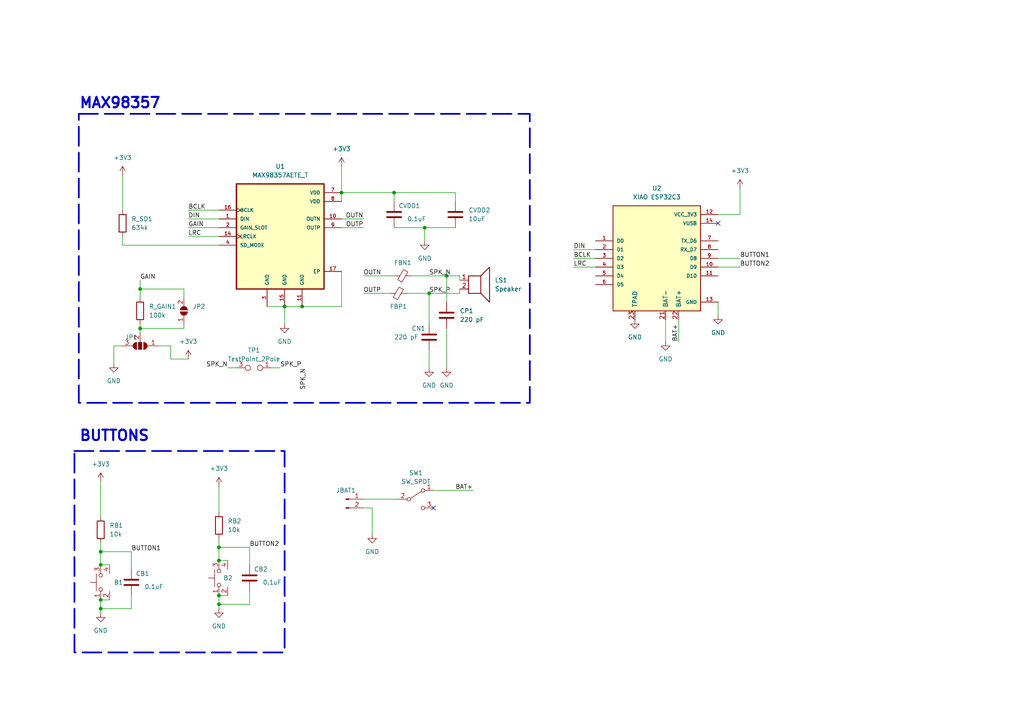
<source format=kicad_sch>
(kicad_sch (version 20230121) (generator eeschema)

  (uuid 95ea5636-4ac8-4329-8ac2-c08211899026)

  (paper "A4")

  (lib_symbols
    (symbol "BUTTON_SMD_1" (pin_names (offset 1.016)) (in_bom yes) (on_board yes)
      (property "Reference" "B1" (at 0 -1.27 90)
        (effects (font (size 1.27 1.27)) (justify right))
      )
      (property "Value" "BUTTON_SMD" (at -1.27 -1.27 90)
        (effects (font (size 1.27 1.27)) (justify right) hide)
      )
      (property "Footprint" "Build2Together:PTS 647 SN50 SMTR2 LFS" (at -5.08 50.8 0)
        (effects (font (size 1.27 1.27)) (justify bottom) hide)
      )
      (property "Datasheet" "" (at 0 0 0)
        (effects (font (size 1.27 1.27)) hide)
      )
      (property "Description" "6 x 6 mm, 9.5 mm Actuator Height, 100 gf, Black, Surface Mount, SPST, Tactile Switch" (at -1.27 34.29 0)
        (effects (font (size 1.27 1.27)) (justify bottom) hide)
      )
      (property "MF" "CUI Devices" (at 2.54 12.7 0)
        (effects (font (size 1.27 1.27)) (justify bottom) hide)
      )
      (property "Package" "None" (at 6.35 15.24 0)
        (effects (font (size 1.27 1.27)) (justify bottom) hide)
      )
      (property "Price" "None" (at 0 5.08 0)
        (effects (font (size 1.27 1.27)) (justify bottom) hide)
      )
      (property "Check_prices" "https://www.snapeda.com/parts/TS04-66-95-BK-100-SMT/CUI+Devices/view-part/?ref=eda" (at -1.27 24.13 0)
        (effects (font (size 1.27 1.27)) (justify bottom) hide)
      )
      (property "STANDARD" "Manufacturer Recommendations" (at 3.81 50.8 0)
        (effects (font (size 1.27 1.27)) (justify bottom) hide)
      )
      (property "PARTREV" "1.0" (at 5.08 13.97 0)
        (effects (font (size 1.27 1.27)) (justify bottom) hide)
      )
      (property "SnapEDA_Link" "" (at -1.27 50.8 0)
        (effects (font (size 1.27 1.27)) (justify bottom) hide)
      )
      (property "MP" "TS04-66-95-BK-100-SMT" (at -2.54 26.67 0)
        (effects (font (size 1.27 1.27)) (justify bottom) hide)
      )
      (property "CUI_purchase_URL" "https://www.cuidevices.com/product/switches/tactile-switches/ts04-66-95-bk-100-smt?utm_source=snapeda.com&utm_medium=referral&utm_campaign=snapedaBOM" (at 0 39.37 0)
        (effects (font (size 1.27 1.27)) (justify bottom) hide)
      )
      (property "Availability" "In Stock" (at 1.27 7.62 0)
        (effects (font (size 1.27 1.27)) (justify bottom) hide)
      )
      (property "MANUFACTURER" "CUI Devices" (at 6.35 10.16 0)
        (effects (font (size 1.27 1.27)) (justify bottom) hide)
      )
      (symbol "BUTTON_SMD_1_0_1"
        (circle (center -2.032 0) (radius 0.508)
          (stroke (width 0) (type default))
          (fill (type none))
        )
        (polyline
          (pts
            (xy 0 1.27)
            (xy 0 3.048)
          )
          (stroke (width 0) (type default))
          (fill (type none))
        )
        (polyline
          (pts
            (xy 2.54 1.27)
            (xy -2.54 1.27)
          )
          (stroke (width 0) (type default))
          (fill (type none))
        )
        (circle (center 2.032 0) (radius 0.508)
          (stroke (width 0) (type default))
          (fill (type none))
        )
      )
      (symbol "BUTTON_SMD_1_1_1"
        (pin passive line (at -5.08 0 0) (length 2.54)
          (name "" (effects (font (size 1.27 1.27))))
          (number "1" (effects (font (size 1.27 1.27))))
        )
        (pin passive line (at -5.08 -2.54 0) (length 2.54)
          (name "" (effects (font (size 1.27 1.27))))
          (number "2" (effects (font (size 1.27 1.27))))
        )
        (pin passive line (at 5.08 0 180) (length 2.54)
          (name "" (effects (font (size 1.27 1.27))))
          (number "3" (effects (font (size 1.27 1.27))))
        )
        (pin passive line (at 5.08 -2.54 180) (length 2.54)
          (name "" (effects (font (size 1.27 1.27))))
          (number "4" (effects (font (size 1.27 1.27))))
        )
      )
    )
    (symbol "Build2Together:MAX98357AETE_T" (pin_names (offset 1.016)) (in_bom yes) (on_board yes)
      (property "Reference" "U" (at -12.7 16.24 0)
        (effects (font (size 1.27 1.27)) (justify left bottom))
      )
      (property "Value" "MAX98357AETE_T" (at -12.7 26.67 0)
        (effects (font (size 1.27 1.27)) (justify left bottom))
      )
      (property "Footprint" "MAX98357AETE_T:QFN50P300X300X80-17N" (at 0 0 0)
        (effects (font (size 1.27 1.27)) (justify bottom) hide)
      )
      (property "Datasheet" "" (at 0 0 0)
        (effects (font (size 1.27 1.27)) hide)
      )
      (property "MF" "Analog Devices" (at 0 0 0)
        (effects (font (size 1.27 1.27)) (justify bottom) hide)
      )
      (property "Description" "\nTiny, Low-Cost, PCM Class D Amplifier with Class AB Performance\n" (at 0 0 0)
        (effects (font (size 1.27 1.27)) (justify bottom) hide)
      )
      (property "Package" "TQFN-16 Maxim" (at 0 0 0)
        (effects (font (size 1.27 1.27)) (justify bottom) hide)
      )
      (property "Price" "None" (at 0 0 0)
        (effects (font (size 1.27 1.27)) (justify bottom) hide)
      )
      (property "SnapEDA_Link" "https://www.snapeda.com/parts/MAX98357AETE+T/Analog+Devices/view-part/?ref=snap" (at 0 0 0)
        (effects (font (size 1.27 1.27)) (justify bottom) hide)
      )
      (property "MP" "MAX98357AETE+T" (at 0 0 0)
        (effects (font (size 1.27 1.27)) (justify bottom) hide)
      )
      (property "Purchase-URL" "https://www.snapeda.com/api/url_track_click_mouser/?unipart_id=48842&manufacturer=Analog Devices&part_name=MAX98357AETE+T&search_term=max9835" (at 0 0 0)
        (effects (font (size 1.27 1.27)) (justify bottom) hide)
      )
      (property "Availability" "In Stock" (at 0 0 0)
        (effects (font (size 1.27 1.27)) (justify bottom) hide)
      )
      (property "Check_prices" "https://www.snapeda.com/parts/MAX98357AETE+T/Analog+Devices/view-part/?ref=eda" (at 0 0 0)
        (effects (font (size 1.27 1.27)) (justify bottom) hide)
      )
      (symbol "MAX98357AETE_T_0_0"
        (rectangle (start -12.7 15.24) (end 12.7 -15.24)
          (stroke (width 0.41) (type default))
          (fill (type background))
        )
        (pin input line (at -17.78 5.08 0) (length 5.08)
          (name "DIN" (effects (font (size 1.016 1.016))))
          (number "1" (effects (font (size 1.016 1.016))))
        )
        (pin output line (at 17.78 5.08 180) (length 5.08)
          (name "OUTN" (effects (font (size 1.016 1.016))))
          (number "10" (effects (font (size 1.016 1.016))))
        )
        (pin power_in line (at 6.35 -20.32 90) (length 5.08)
          (name "GND" (effects (font (size 1.016 1.016))))
          (number "11" (effects (font (size 1.016 1.016))))
        )
        (pin input clock (at -17.78 0 0) (length 5.08)
          (name "LRCLK" (effects (font (size 1.016 1.016))))
          (number "14" (effects (font (size 1.016 1.016))))
        )
        (pin power_in line (at 1.27 -20.32 90) (length 5.08)
          (name "GND" (effects (font (size 1.016 1.016))))
          (number "15" (effects (font (size 1.016 1.016))))
        )
        (pin input clock (at -17.78 7.62 0) (length 5.08)
          (name "BCLK" (effects (font (size 1.016 1.016))))
          (number "16" (effects (font (size 1.016 1.016))))
        )
        (pin power_in line (at 17.78 -10.16 180) (length 5.08)
          (name "EP" (effects (font (size 1.016 1.016))))
          (number "17" (effects (font (size 1.016 1.016))))
        )
        (pin input line (at -17.78 2.54 0) (length 5.08)
          (name "GAIN_SLOT" (effects (font (size 1.016 1.016))))
          (number "2" (effects (font (size 1.016 1.016))))
        )
        (pin power_in line (at -3.81 -20.32 90) (length 5.08)
          (name "GND" (effects (font (size 1.016 1.016))))
          (number "3" (effects (font (size 1.016 1.016))))
        )
        (pin input line (at -17.78 -2.54 0) (length 5.08)
          (name "SD_MODE" (effects (font (size 1.016 1.016))))
          (number "4" (effects (font (size 1.016 1.016))))
        )
        (pin power_in line (at 17.78 12.7 180) (length 5.08)
          (name "VDD" (effects (font (size 1.016 1.016))))
          (number "7" (effects (font (size 1.016 1.016))))
        )
        (pin power_in line (at 17.78 10.16 180) (length 5.08)
          (name "VDD" (effects (font (size 1.016 1.016))))
          (number "8" (effects (font (size 1.016 1.016))))
        )
        (pin output line (at 17.78 2.54 180) (length 5.08)
          (name "OUTP" (effects (font (size 1.016 1.016))))
          (number "9" (effects (font (size 1.016 1.016))))
        )
      )
    )
    (symbol "Build2Together:XIAO ESP32C3" (pin_names (offset 1.016)) (in_bom yes) (on_board yes)
      (property "Reference" "U" (at -12.7 16.002 0)
        (effects (font (size 1.27 1.27)) (justify left bottom))
      )
      (property "Value" "XIAO ESP32C3" (at -10.16 16.51 0)
        (effects (font (size 1.27 1.27)) (justify left bottom))
      )
      (property "Footprint" "113991054:MODULE_113991054" (at 1.27 26.67 0)
        (effects (font (size 1.27 1.27)) (justify bottom) hide)
      )
      (property "Datasheet" "" (at 0 0 0)
        (effects (font (size 1.27 1.27)) hide)
      )
      (property "MF" "Seeed Technology Co., Ltd" (at 0 0 0)
        (effects (font (size 1.27 1.27)) (justify bottom) hide)
      )
      (property "MAXIMUM_PACKAGE_HEIGHT" "N/A" (at 0 0 0)
        (effects (font (size 1.27 1.27)) (justify bottom) hide)
      )
      (property "Package" "None" (at 0 0 0)
        (effects (font (size 1.27 1.27)) (justify bottom) hide)
      )
      (property "Price" "None" (at 0 0 0)
        (effects (font (size 1.27 1.27)) (justify bottom) hide)
      )
      (property "Check_prices" "https://www.snapeda.com/parts/113991054/Seeed+Technology+Co.%252C+Ltd/view-part/?ref=eda" (at 0 0 0)
        (effects (font (size 1.27 1.27)) (justify bottom) hide)
      )
      (property "STANDARD" "Manufacturer Recommendations" (at 0 39.37 0)
        (effects (font (size 1.27 1.27)) (justify bottom) hide)
      )
      (property "PARTREV" "23/05/2022" (at 2.54 17.78 0)
        (effects (font (size 1.27 1.27)) (justify bottom) hide)
      )
      (property "SnapEDA_Link" "https://www.snapeda.com/parts/113991054/Seeed+Technology+Co.%252C+Ltd/view-part/?ref=snap" (at 0 0 0)
        (effects (font (size 1.27 1.27)) (justify bottom) hide)
      )
      (property "MP" "113991054" (at 0 22.86 0)
        (effects (font (size 1.27 1.27)) (justify bottom) hide)
      )
      (property "Purchase-URL" "https://www.snapeda.com/api/url_track_click_mouser/?unipart_id=12200757&manufacturer=Seeed Technology Co., Ltd&part_name=113991054&search_term=None" (at -2.54 39.37 0)
        (effects (font (size 1.27 1.27)) (justify bottom) hide)
      )
      (property "Description" "\n- ESP32-C3 Transceiver; 802.11 a/b/g/n (Wi-Fi, WiFi, WLAN), Bluetooth® Smart 4.x Low Energy (BLE) 2.4GHz Evaluation Board\n" (at 2.54 34.29 0)
        (effects (font (size 1.27 1.27)) (justify bottom) hide)
      )
      (property "SNAPEDA_PN" "113991054" (at 0 0 0)
        (effects (font (size 1.27 1.27)) (justify bottom) hide)
      )
      (property "Availability" "In Stock" (at 0 0 0)
        (effects (font (size 1.27 1.27)) (justify bottom) hide)
      )
      (property "MANUFACTURER" "Seeed Technology" (at 0 0 0)
        (effects (font (size 1.27 1.27)) (justify bottom) hide)
      )
      (symbol "XIAO ESP32C3_0_0"
        (rectangle (start -12.7 15.24) (end 12.7 -15.24)
          (stroke (width 0.254) (type default))
          (fill (type background))
        )
        (text "" (at 3.81 -16.51 0)
          (effects (font (size 1.27 1.27)))
        )
        (pin bidirectional line (at -17.78 5.08 0) (length 5.08)
          (name "D0" (effects (font (size 1.016 1.016))))
          (number "1" (effects (font (size 1.016 1.016))))
        )
        (pin bidirectional line (at 17.78 -2.54 180) (length 5.08)
          (name "D9" (effects (font (size 1.016 1.016))))
          (number "10" (effects (font (size 1.016 1.016))))
        )
        (pin bidirectional line (at 17.78 -5.08 180) (length 5.08)
          (name "D10" (effects (font (size 1.016 1.016))))
          (number "11" (effects (font (size 1.016 1.016))))
        )
        (pin power_in line (at 17.78 12.7 180) (length 5.08)
          (name "VCC_3V3" (effects (font (size 1.016 1.016))))
          (number "12" (effects (font (size 1.016 1.016))))
        )
        (pin power_in line (at 17.78 -12.7 180) (length 5.08)
          (name "GND" (effects (font (size 1.016 1.016))))
          (number "13" (effects (font (size 1.016 1.016))))
        )
        (pin power_in line (at 17.78 10.16 180) (length 5.08)
          (name "VUSB" (effects (font (size 1.016 1.016))))
          (number "14" (effects (font (size 1.016 1.016))))
        )
        (pin bidirectional line (at -17.78 2.54 0) (length 5.08)
          (name "D1" (effects (font (size 1.016 1.016))))
          (number "2" (effects (font (size 1.016 1.016))))
        )
        (pin bidirectional line (at -17.78 0 0) (length 5.08)
          (name "D2" (effects (font (size 1.016 1.016))))
          (number "3" (effects (font (size 1.016 1.016))))
        )
        (pin bidirectional line (at -17.78 -2.54 0) (length 5.08)
          (name "D3" (effects (font (size 1.016 1.016))))
          (number "4" (effects (font (size 1.016 1.016))))
        )
        (pin bidirectional line (at -17.78 -5.08 0) (length 5.08)
          (name "D4" (effects (font (size 1.016 1.016))))
          (number "5" (effects (font (size 1.016 1.016))))
        )
        (pin bidirectional line (at -17.78 -7.62 0) (length 5.08)
          (name "D5" (effects (font (size 1.016 1.016))))
          (number "6" (effects (font (size 1.016 1.016))))
        )
        (pin bidirectional line (at 17.78 5.08 180) (length 5.08)
          (name "TX_D6" (effects (font (size 1.016 1.016))))
          (number "7" (effects (font (size 1.016 1.016))))
        )
        (pin bidirectional line (at 17.78 2.54 180) (length 5.08)
          (name "RX_D7" (effects (font (size 1.016 1.016))))
          (number "8" (effects (font (size 1.016 1.016))))
        )
        (pin bidirectional line (at 17.78 0 180) (length 5.08)
          (name "D8" (effects (font (size 1.016 1.016))))
          (number "9" (effects (font (size 1.016 1.016))))
        )
      )
      (symbol "XIAO ESP32C3_1_1"
        (pin input line (at 2.54 -17.78 90) (length 2.54)
          (name "BAT-" (effects (font (size 1.27 1.27))))
          (number "21" (effects (font (size 1.27 1.27))))
        )
        (pin input line (at 6.35 -17.78 90) (length 2.54)
          (name "BAT+" (effects (font (size 1.27 1.27))))
          (number "22" (effects (font (size 1.27 1.27))))
        )
        (pin input line (at -6.35 -17.78 90) (length 2.54)
          (name "TPAD" (effects (font (size 1.27 1.27))))
          (number "23" (effects (font (size 1.27 1.27))))
        )
      )
    )
    (symbol "Connector:Conn_01x02_Pin" (pin_names (offset 1.016) hide) (in_bom yes) (on_board yes)
      (property "Reference" "J" (at 0 2.54 0)
        (effects (font (size 1.27 1.27)))
      )
      (property "Value" "Conn_01x02_Pin" (at 0 -5.08 0)
        (effects (font (size 1.27 1.27)))
      )
      (property "Footprint" "" (at 0 0 0)
        (effects (font (size 1.27 1.27)) hide)
      )
      (property "Datasheet" "~" (at 0 0 0)
        (effects (font (size 1.27 1.27)) hide)
      )
      (property "ki_locked" "" (at 0 0 0)
        (effects (font (size 1.27 1.27)))
      )
      (property "ki_keywords" "connector" (at 0 0 0)
        (effects (font (size 1.27 1.27)) hide)
      )
      (property "ki_description" "Generic connector, single row, 01x02, script generated" (at 0 0 0)
        (effects (font (size 1.27 1.27)) hide)
      )
      (property "ki_fp_filters" "Connector*:*_1x??_*" (at 0 0 0)
        (effects (font (size 1.27 1.27)) hide)
      )
      (symbol "Conn_01x02_Pin_1_1"
        (polyline
          (pts
            (xy 1.27 -2.54)
            (xy 0.8636 -2.54)
          )
          (stroke (width 0.1524) (type default))
          (fill (type none))
        )
        (polyline
          (pts
            (xy 1.27 0)
            (xy 0.8636 0)
          )
          (stroke (width 0.1524) (type default))
          (fill (type none))
        )
        (rectangle (start 0.8636 -2.413) (end 0 -2.667)
          (stroke (width 0.1524) (type default))
          (fill (type outline))
        )
        (rectangle (start 0.8636 0.127) (end 0 -0.127)
          (stroke (width 0.1524) (type default))
          (fill (type outline))
        )
        (pin passive line (at 5.08 0 180) (length 3.81)
          (name "Pin_1" (effects (font (size 1.27 1.27))))
          (number "1" (effects (font (size 1.27 1.27))))
        )
        (pin passive line (at 5.08 -2.54 180) (length 3.81)
          (name "Pin_2" (effects (font (size 1.27 1.27))))
          (number "2" (effects (font (size 1.27 1.27))))
        )
      )
    )
    (symbol "Connector:TestPoint_2Pole" (pin_names (offset 0.762) hide) (in_bom yes) (on_board yes)
      (property "Reference" "TP1" (at 0 5.08 0)
        (effects (font (size 1.27 1.27)))
      )
      (property "Value" "TestPoint_2Pole" (at 0 2.54 0)
        (effects (font (size 1.27 1.27)))
      )
      (property "Footprint" "Jumper:SolderJumper-3_P1.3mm_Open_RoundedPad1.0x1.5mm" (at 0 0 0)
        (effects (font (size 1.27 1.27)) hide)
      )
      (property "Datasheet" "~" (at 0 0 0)
        (effects (font (size 1.27 1.27)) hide)
      )
      (property "ki_keywords" "point tp" (at 0 0 0)
        (effects (font (size 1.27 1.27)) hide)
      )
      (property "ki_description" "2-polar test point" (at 0 0 0)
        (effects (font (size 1.27 1.27)) hide)
      )
      (property "ki_fp_filters" "Pin* Test*" (at 0 0 0)
        (effects (font (size 1.27 1.27)) hide)
      )
      (symbol "TestPoint_2Pole_0_1"
        (circle (center -1.778 0) (radius 0.762)
          (stroke (width 0) (type default))
          (fill (type none))
        )
        (circle (center 1.778 0) (radius 0.762)
          (stroke (width 0) (type default))
          (fill (type none))
        )
        (pin passive line (at -5.08 0 0) (length 2.54)
          (name "1" (effects (font (size 1.27 1.27))))
          (number "1" (effects (font (size 1.27 1.27))))
        )
      )
      (symbol "TestPoint_2Pole_1_1"
        (pin passive line (at 5.08 0 180) (length 2.54)
          (name "3" (effects (font (size 1.27 1.27))))
          (number "3" (effects (font (size 1.27 1.27))))
        )
      )
    )
    (symbol "Device:C" (pin_numbers hide) (pin_names (offset 0.254)) (in_bom yes) (on_board yes)
      (property "Reference" "C" (at 0.635 2.54 0)
        (effects (font (size 1.27 1.27)) (justify left))
      )
      (property "Value" "C" (at 0.635 -2.54 0)
        (effects (font (size 1.27 1.27)) (justify left))
      )
      (property "Footprint" "" (at 0.9652 -3.81 0)
        (effects (font (size 1.27 1.27)) hide)
      )
      (property "Datasheet" "~" (at 0 0 0)
        (effects (font (size 1.27 1.27)) hide)
      )
      (property "ki_keywords" "cap capacitor" (at 0 0 0)
        (effects (font (size 1.27 1.27)) hide)
      )
      (property "ki_description" "Unpolarized capacitor" (at 0 0 0)
        (effects (font (size 1.27 1.27)) hide)
      )
      (property "ki_fp_filters" "C_*" (at 0 0 0)
        (effects (font (size 1.27 1.27)) hide)
      )
      (symbol "C_0_1"
        (polyline
          (pts
            (xy -2.032 -0.762)
            (xy 2.032 -0.762)
          )
          (stroke (width 0.508) (type default))
          (fill (type none))
        )
        (polyline
          (pts
            (xy -2.032 0.762)
            (xy 2.032 0.762)
          )
          (stroke (width 0.508) (type default))
          (fill (type none))
        )
      )
      (symbol "C_1_1"
        (pin passive line (at 0 3.81 270) (length 2.794)
          (name "~" (effects (font (size 1.27 1.27))))
          (number "1" (effects (font (size 1.27 1.27))))
        )
        (pin passive line (at 0 -3.81 90) (length 2.794)
          (name "~" (effects (font (size 1.27 1.27))))
          (number "2" (effects (font (size 1.27 1.27))))
        )
      )
    )
    (symbol "Device:FerriteBead_Small" (pin_numbers hide) (pin_names (offset 0)) (in_bom yes) (on_board yes)
      (property "Reference" "FB" (at 1.905 1.27 0)
        (effects (font (size 1.27 1.27)) (justify left))
      )
      (property "Value" "FerriteBead_Small" (at 1.905 -1.27 0)
        (effects (font (size 1.27 1.27)) (justify left))
      )
      (property "Footprint" "" (at -1.778 0 90)
        (effects (font (size 1.27 1.27)) hide)
      )
      (property "Datasheet" "~" (at 0 0 0)
        (effects (font (size 1.27 1.27)) hide)
      )
      (property "ki_keywords" "L ferrite bead inductor filter" (at 0 0 0)
        (effects (font (size 1.27 1.27)) hide)
      )
      (property "ki_description" "Ferrite bead, small symbol" (at 0 0 0)
        (effects (font (size 1.27 1.27)) hide)
      )
      (property "ki_fp_filters" "Inductor_* L_* *Ferrite*" (at 0 0 0)
        (effects (font (size 1.27 1.27)) hide)
      )
      (symbol "FerriteBead_Small_0_1"
        (polyline
          (pts
            (xy 0 -1.27)
            (xy 0 -0.7874)
          )
          (stroke (width 0) (type default))
          (fill (type none))
        )
        (polyline
          (pts
            (xy 0 0.889)
            (xy 0 1.2954)
          )
          (stroke (width 0) (type default))
          (fill (type none))
        )
        (polyline
          (pts
            (xy -1.8288 0.2794)
            (xy -1.1176 1.4986)
            (xy 1.8288 -0.2032)
            (xy 1.1176 -1.4224)
            (xy -1.8288 0.2794)
          )
          (stroke (width 0) (type default))
          (fill (type none))
        )
      )
      (symbol "FerriteBead_Small_1_1"
        (pin passive line (at 0 2.54 270) (length 1.27)
          (name "~" (effects (font (size 1.27 1.27))))
          (number "1" (effects (font (size 1.27 1.27))))
        )
        (pin passive line (at 0 -2.54 90) (length 1.27)
          (name "~" (effects (font (size 1.27 1.27))))
          (number "2" (effects (font (size 1.27 1.27))))
        )
      )
    )
    (symbol "Device:R" (pin_numbers hide) (pin_names (offset 0)) (in_bom yes) (on_board yes)
      (property "Reference" "R" (at 2.032 0 90)
        (effects (font (size 1.27 1.27)))
      )
      (property "Value" "R" (at 0 0 90)
        (effects (font (size 1.27 1.27)))
      )
      (property "Footprint" "" (at -1.778 0 90)
        (effects (font (size 1.27 1.27)) hide)
      )
      (property "Datasheet" "~" (at 0 0 0)
        (effects (font (size 1.27 1.27)) hide)
      )
      (property "ki_keywords" "R res resistor" (at 0 0 0)
        (effects (font (size 1.27 1.27)) hide)
      )
      (property "ki_description" "Resistor" (at 0 0 0)
        (effects (font (size 1.27 1.27)) hide)
      )
      (property "ki_fp_filters" "R_*" (at 0 0 0)
        (effects (font (size 1.27 1.27)) hide)
      )
      (symbol "R_0_1"
        (rectangle (start -1.016 -2.54) (end 1.016 2.54)
          (stroke (width 0.254) (type default))
          (fill (type none))
        )
      )
      (symbol "R_1_1"
        (pin passive line (at 0 3.81 270) (length 1.27)
          (name "~" (effects (font (size 1.27 1.27))))
          (number "1" (effects (font (size 1.27 1.27))))
        )
        (pin passive line (at 0 -3.81 90) (length 1.27)
          (name "~" (effects (font (size 1.27 1.27))))
          (number "2" (effects (font (size 1.27 1.27))))
        )
      )
    )
    (symbol "Device:Speaker" (pin_names (offset 0) hide) (in_bom yes) (on_board yes)
      (property "Reference" "LS" (at 1.27 5.715 0)
        (effects (font (size 1.27 1.27)) (justify right))
      )
      (property "Value" "Speaker" (at 1.27 3.81 0)
        (effects (font (size 1.27 1.27)) (justify right))
      )
      (property "Footprint" "" (at 0 -5.08 0)
        (effects (font (size 1.27 1.27)) hide)
      )
      (property "Datasheet" "~" (at -0.254 -1.27 0)
        (effects (font (size 1.27 1.27)) hide)
      )
      (property "ki_keywords" "speaker sound" (at 0 0 0)
        (effects (font (size 1.27 1.27)) hide)
      )
      (property "ki_description" "Speaker" (at 0 0 0)
        (effects (font (size 1.27 1.27)) hide)
      )
      (symbol "Speaker_0_0"
        (rectangle (start -2.54 1.27) (end 1.016 -3.81)
          (stroke (width 0.254) (type default))
          (fill (type none))
        )
        (polyline
          (pts
            (xy 1.016 1.27)
            (xy 3.556 3.81)
            (xy 3.556 -6.35)
            (xy 1.016 -3.81)
          )
          (stroke (width 0.254) (type default))
          (fill (type none))
        )
      )
      (symbol "Speaker_1_1"
        (pin input line (at -5.08 0 0) (length 2.54)
          (name "1" (effects (font (size 1.27 1.27))))
          (number "1" (effects (font (size 1.27 1.27))))
        )
        (pin input line (at -5.08 -2.54 0) (length 2.54)
          (name "2" (effects (font (size 1.27 1.27))))
          (number "2" (effects (font (size 1.27 1.27))))
        )
      )
    )
    (symbol "Jumper:SolderJumper_2_Open" (pin_names (offset 0) hide) (in_bom yes) (on_board yes)
      (property "Reference" "JP" (at 0 2.032 0)
        (effects (font (size 1.27 1.27)))
      )
      (property "Value" "SolderJumper_2_Open" (at 0 -2.54 0)
        (effects (font (size 1.27 1.27)))
      )
      (property "Footprint" "" (at 0 0 0)
        (effects (font (size 1.27 1.27)) hide)
      )
      (property "Datasheet" "~" (at 0 0 0)
        (effects (font (size 1.27 1.27)) hide)
      )
      (property "ki_keywords" "solder jumper SPST" (at 0 0 0)
        (effects (font (size 1.27 1.27)) hide)
      )
      (property "ki_description" "Solder Jumper, 2-pole, open" (at 0 0 0)
        (effects (font (size 1.27 1.27)) hide)
      )
      (property "ki_fp_filters" "SolderJumper*Open*" (at 0 0 0)
        (effects (font (size 1.27 1.27)) hide)
      )
      (symbol "SolderJumper_2_Open_0_1"
        (arc (start -0.254 1.016) (mid -1.2656 0) (end -0.254 -1.016)
          (stroke (width 0) (type default))
          (fill (type none))
        )
        (arc (start -0.254 1.016) (mid -1.2656 0) (end -0.254 -1.016)
          (stroke (width 0) (type default))
          (fill (type outline))
        )
        (polyline
          (pts
            (xy -0.254 1.016)
            (xy -0.254 -1.016)
          )
          (stroke (width 0) (type default))
          (fill (type none))
        )
        (polyline
          (pts
            (xy 0.254 1.016)
            (xy 0.254 -1.016)
          )
          (stroke (width 0) (type default))
          (fill (type none))
        )
        (arc (start 0.254 -1.016) (mid 1.2656 0) (end 0.254 1.016)
          (stroke (width 0) (type default))
          (fill (type none))
        )
        (arc (start 0.254 -1.016) (mid 1.2656 0) (end 0.254 1.016)
          (stroke (width 0) (type default))
          (fill (type outline))
        )
      )
      (symbol "SolderJumper_2_Open_1_1"
        (pin passive line (at -3.81 0 0) (length 2.54)
          (name "A" (effects (font (size 1.27 1.27))))
          (number "1" (effects (font (size 1.27 1.27))))
        )
        (pin passive line (at 3.81 0 180) (length 2.54)
          (name "B" (effects (font (size 1.27 1.27))))
          (number "2" (effects (font (size 1.27 1.27))))
        )
      )
    )
    (symbol "Jumper:SolderJumper_3_Open" (pin_names (offset 0) hide) (in_bom yes) (on_board yes)
      (property "Reference" "JP" (at -2.54 -2.54 0)
        (effects (font (size 1.27 1.27)))
      )
      (property "Value" "SolderJumper_3_Open" (at 0 2.794 0)
        (effects (font (size 1.27 1.27)))
      )
      (property "Footprint" "" (at 0 0 0)
        (effects (font (size 1.27 1.27)) hide)
      )
      (property "Datasheet" "~" (at 0 0 0)
        (effects (font (size 1.27 1.27)) hide)
      )
      (property "ki_keywords" "Solder Jumper SPDT" (at 0 0 0)
        (effects (font (size 1.27 1.27)) hide)
      )
      (property "ki_description" "Solder Jumper, 3-pole, open" (at 0 0 0)
        (effects (font (size 1.27 1.27)) hide)
      )
      (property "ki_fp_filters" "SolderJumper*Open*" (at 0 0 0)
        (effects (font (size 1.27 1.27)) hide)
      )
      (symbol "SolderJumper_3_Open_0_1"
        (arc (start -1.016 1.016) (mid -2.0276 0) (end -1.016 -1.016)
          (stroke (width 0) (type default))
          (fill (type none))
        )
        (arc (start -1.016 1.016) (mid -2.0276 0) (end -1.016 -1.016)
          (stroke (width 0) (type default))
          (fill (type outline))
        )
        (rectangle (start -0.508 1.016) (end 0.508 -1.016)
          (stroke (width 0) (type default))
          (fill (type outline))
        )
        (polyline
          (pts
            (xy -2.54 0)
            (xy -2.032 0)
          )
          (stroke (width 0) (type default))
          (fill (type none))
        )
        (polyline
          (pts
            (xy -1.016 1.016)
            (xy -1.016 -1.016)
          )
          (stroke (width 0) (type default))
          (fill (type none))
        )
        (polyline
          (pts
            (xy 0 -1.27)
            (xy 0 -1.016)
          )
          (stroke (width 0) (type default))
          (fill (type none))
        )
        (polyline
          (pts
            (xy 1.016 1.016)
            (xy 1.016 -1.016)
          )
          (stroke (width 0) (type default))
          (fill (type none))
        )
        (polyline
          (pts
            (xy 2.54 0)
            (xy 2.032 0)
          )
          (stroke (width 0) (type default))
          (fill (type none))
        )
        (arc (start 1.016 -1.016) (mid 2.0276 0) (end 1.016 1.016)
          (stroke (width 0) (type default))
          (fill (type none))
        )
        (arc (start 1.016 -1.016) (mid 2.0276 0) (end 1.016 1.016)
          (stroke (width 0) (type default))
          (fill (type outline))
        )
      )
      (symbol "SolderJumper_3_Open_1_1"
        (pin passive line (at -5.08 0 0) (length 2.54)
          (name "A" (effects (font (size 1.27 1.27))))
          (number "1" (effects (font (size 1.27 1.27))))
        )
        (pin passive line (at 0 -3.81 90) (length 2.54)
          (name "C" (effects (font (size 1.27 1.27))))
          (number "2" (effects (font (size 1.27 1.27))))
        )
        (pin passive line (at 5.08 0 180) (length 2.54)
          (name "B" (effects (font (size 1.27 1.27))))
          (number "3" (effects (font (size 1.27 1.27))))
        )
      )
    )
    (symbol "Switch:SW_SPDT" (pin_names (offset 0) hide) (in_bom yes) (on_board yes)
      (property "Reference" "SW" (at 0 4.318 0)
        (effects (font (size 1.27 1.27)))
      )
      (property "Value" "SW_SPDT" (at 0 -5.08 0)
        (effects (font (size 1.27 1.27)))
      )
      (property "Footprint" "" (at 0 0 0)
        (effects (font (size 1.27 1.27)) hide)
      )
      (property "Datasheet" "~" (at 0 0 0)
        (effects (font (size 1.27 1.27)) hide)
      )
      (property "ki_keywords" "switch single-pole double-throw spdt ON-ON" (at 0 0 0)
        (effects (font (size 1.27 1.27)) hide)
      )
      (property "ki_description" "Switch, single pole double throw" (at 0 0 0)
        (effects (font (size 1.27 1.27)) hide)
      )
      (symbol "SW_SPDT_0_0"
        (circle (center -2.032 0) (radius 0.508)
          (stroke (width 0) (type default))
          (fill (type none))
        )
        (circle (center 2.032 -2.54) (radius 0.508)
          (stroke (width 0) (type default))
          (fill (type none))
        )
      )
      (symbol "SW_SPDT_0_1"
        (polyline
          (pts
            (xy -1.524 0.254)
            (xy 1.651 2.286)
          )
          (stroke (width 0) (type default))
          (fill (type none))
        )
        (circle (center 2.032 2.54) (radius 0.508)
          (stroke (width 0) (type default))
          (fill (type none))
        )
      )
      (symbol "SW_SPDT_1_1"
        (pin passive line (at 5.08 2.54 180) (length 2.54)
          (name "A" (effects (font (size 1.27 1.27))))
          (number "1" (effects (font (size 1.27 1.27))))
        )
        (pin passive line (at -5.08 0 0) (length 2.54)
          (name "B" (effects (font (size 1.27 1.27))))
          (number "2" (effects (font (size 1.27 1.27))))
        )
        (pin passive line (at 5.08 -2.54 180) (length 2.54)
          (name "C" (effects (font (size 1.27 1.27))))
          (number "3" (effects (font (size 1.27 1.27))))
        )
      )
    )
    (symbol "power:+3V3" (power) (pin_names (offset 0)) (in_bom yes) (on_board yes)
      (property "Reference" "#PWR" (at 0 -3.81 0)
        (effects (font (size 1.27 1.27)) hide)
      )
      (property "Value" "+3V3" (at 0 3.556 0)
        (effects (font (size 1.27 1.27)))
      )
      (property "Footprint" "" (at 0 0 0)
        (effects (font (size 1.27 1.27)) hide)
      )
      (property "Datasheet" "" (at 0 0 0)
        (effects (font (size 1.27 1.27)) hide)
      )
      (property "ki_keywords" "global power" (at 0 0 0)
        (effects (font (size 1.27 1.27)) hide)
      )
      (property "ki_description" "Power symbol creates a global label with name \"+3V3\"" (at 0 0 0)
        (effects (font (size 1.27 1.27)) hide)
      )
      (symbol "+3V3_0_1"
        (polyline
          (pts
            (xy -0.762 1.27)
            (xy 0 2.54)
          )
          (stroke (width 0) (type default))
          (fill (type none))
        )
        (polyline
          (pts
            (xy 0 0)
            (xy 0 2.54)
          )
          (stroke (width 0) (type default))
          (fill (type none))
        )
        (polyline
          (pts
            (xy 0 2.54)
            (xy 0.762 1.27)
          )
          (stroke (width 0) (type default))
          (fill (type none))
        )
      )
      (symbol "+3V3_1_1"
        (pin power_in line (at 0 0 90) (length 0) hide
          (name "+3V3" (effects (font (size 1.27 1.27))))
          (number "1" (effects (font (size 1.27 1.27))))
        )
      )
    )
    (symbol "power:GND" (power) (pin_names (offset 0)) (in_bom yes) (on_board yes)
      (property "Reference" "#PWR" (at 0 -6.35 0)
        (effects (font (size 1.27 1.27)) hide)
      )
      (property "Value" "GND" (at 0 -3.81 0)
        (effects (font (size 1.27 1.27)))
      )
      (property "Footprint" "" (at 0 0 0)
        (effects (font (size 1.27 1.27)) hide)
      )
      (property "Datasheet" "" (at 0 0 0)
        (effects (font (size 1.27 1.27)) hide)
      )
      (property "ki_keywords" "global power" (at 0 0 0)
        (effects (font (size 1.27 1.27)) hide)
      )
      (property "ki_description" "Power symbol creates a global label with name \"GND\" , ground" (at 0 0 0)
        (effects (font (size 1.27 1.27)) hide)
      )
      (symbol "GND_0_1"
        (polyline
          (pts
            (xy 0 0)
            (xy 0 -1.27)
            (xy 1.27 -1.27)
            (xy 0 -2.54)
            (xy -1.27 -1.27)
            (xy 0 -1.27)
          )
          (stroke (width 0) (type default))
          (fill (type none))
        )
      )
      (symbol "GND_1_1"
        (pin power_in line (at 0 0 270) (length 0) hide
          (name "GND" (effects (font (size 1.27 1.27))))
          (number "1" (effects (font (size 1.27 1.27))))
        )
      )
    )
  )

  (junction (at 40.64 95.25) (diameter 0) (color 0 0 0 0)
    (uuid 005220da-e667-4794-a3b0-b2a2a68387f8)
  )
  (junction (at 29.21 160.02) (diameter 0) (color 0 0 0 0)
    (uuid 025abcae-a173-4525-b527-0b73824427b0)
  )
  (junction (at 29.21 176.53) (diameter 0) (color 0 0 0 0)
    (uuid 1ae3f2f6-f217-45f1-99f4-b48ef52c9cbc)
  )
  (junction (at 40.64 83.82) (diameter 0) (color 0 0 0 0)
    (uuid 2a9494e5-1f61-4bdc-ad2c-bdaa1efa12d5)
  )
  (junction (at 129.54 80.01) (diameter 0) (color 0 0 0 0)
    (uuid 2b97b0aa-5285-4533-8e79-dd42ab39242d)
  )
  (junction (at 29.21 163.83) (diameter 0) (color 0 0 0 0)
    (uuid 2ff1acac-baca-428c-8d52-70a5d9765858)
  )
  (junction (at 63.5 158.75) (diameter 0) (color 0 0 0 0)
    (uuid 77f1fb06-33c5-461e-87be-cd68da6b0ca3)
  )
  (junction (at 124.46 85.09) (diameter 0) (color 0 0 0 0)
    (uuid 8b2db52d-4d92-4cbd-8a6a-c62f800e47c2)
  )
  (junction (at 63.5 162.56) (diameter 0) (color 0 0 0 0)
    (uuid 8c263236-a66e-44e5-b204-fa0a3e3e4aa7)
  )
  (junction (at 82.55 88.9) (diameter 0) (color 0 0 0 0)
    (uuid 99bbcc0e-8687-425a-88d5-ec0fa3bcd2f6)
  )
  (junction (at 114.3 55.88) (diameter 0) (color 0 0 0 0)
    (uuid 9ae0b0c8-f06e-4566-abbf-bdef210fa6b6)
  )
  (junction (at 123.19 66.04) (diameter 0) (color 0 0 0 0)
    (uuid 9d02471b-c601-4001-96bd-e3db1a9ac00b)
  )
  (junction (at 63.5 172.72) (diameter 0) (color 0 0 0 0)
    (uuid a2e88e5b-67d1-40cf-bc12-db1efdfefd21)
  )
  (junction (at 99.06 55.88) (diameter 0) (color 0 0 0 0)
    (uuid a4e6b7d3-33c1-4935-af71-38cbd073881d)
  )
  (junction (at 87.63 88.9) (diameter 0) (color 0 0 0 0)
    (uuid df9a2d23-0f54-4957-9e63-6b7e00a1b1ad)
  )
  (junction (at 29.21 173.99) (diameter 0) (color 0 0 0 0)
    (uuid e05de31e-1f4c-42c0-bfdf-99190d7efabd)
  )
  (junction (at 63.5 175.26) (diameter 0) (color 0 0 0 0)
    (uuid e14b22c3-ae10-44b0-8932-c5c08a7a6766)
  )

  (no_connect (at 125.73 147.32) (uuid 2c809c9f-1442-416e-80a3-b658b9783414))
  (no_connect (at 208.28 64.77) (uuid 76f13db8-cfa0-4236-8818-700ba29606c7))

  (wire (pts (xy 54.61 104.14) (xy 49.53 104.14))
    (stroke (width 0) (type default))
    (uuid 0154a14f-32e3-4158-aeb2-b39934fc0484)
  )
  (wire (pts (xy 118.11 85.09) (xy 124.46 85.09))
    (stroke (width 0) (type default))
    (uuid 065ff5fb-486f-4009-8583-6504a4ad0eb9)
  )
  (wire (pts (xy 29.21 160.02) (xy 29.21 163.83))
    (stroke (width 0) (type default))
    (uuid 0c649d11-cc2e-4bb5-83b7-7fa5ff1245de)
  )
  (wire (pts (xy 35.56 50.8) (xy 35.56 60.96))
    (stroke (width 0) (type default))
    (uuid 0f5c779e-3ef1-4989-8b22-baf2917c77c4)
  )
  (wire (pts (xy 33.02 100.33) (xy 33.02 105.41))
    (stroke (width 0) (type default))
    (uuid 0fd71dba-59ea-43b4-83a6-6f5190488fdb)
  )
  (wire (pts (xy 63.5 172.72) (xy 63.5 175.26))
    (stroke (width 0) (type default))
    (uuid 12b6f4b4-47f1-4790-980d-9788dc3c7bc4)
  )
  (wire (pts (xy 123.19 66.04) (xy 132.08 66.04))
    (stroke (width 0) (type default))
    (uuid 17804051-c9b0-4aa1-8cfe-6aeab1d52656)
  )
  (wire (pts (xy 107.95 147.32) (xy 107.95 154.94))
    (stroke (width 0) (type default))
    (uuid 1a8bdd8b-af34-419f-81cf-6889d1429949)
  )
  (wire (pts (xy 114.3 55.88) (xy 114.3 58.42))
    (stroke (width 0) (type default))
    (uuid 1bf07ad8-8979-49fe-a144-53726658b048)
  )
  (wire (pts (xy 38.1 176.53) (xy 29.21 176.53))
    (stroke (width 0) (type default))
    (uuid 1e000846-ccf4-4f40-8e80-bd9b5cce4214)
  )
  (wire (pts (xy 72.39 171.45) (xy 72.39 175.26))
    (stroke (width 0) (type default))
    (uuid 21b774c2-c461-4af6-a77e-862e87cf1749)
  )
  (wire (pts (xy 38.1 172.72) (xy 38.1 176.53))
    (stroke (width 0) (type default))
    (uuid 22450d2e-5687-4ed7-8424-1ce47efdc529)
  )
  (wire (pts (xy 105.41 144.78) (xy 115.57 144.78))
    (stroke (width 0) (type default))
    (uuid 23ad0d6a-5fed-40cf-8b75-06a1bb521d49)
  )
  (wire (pts (xy 105.41 147.32) (xy 107.95 147.32))
    (stroke (width 0) (type default))
    (uuid 23e21789-a7fd-45a6-86d7-cbe0be45dd47)
  )
  (wire (pts (xy 63.5 156.21) (xy 63.5 158.75))
    (stroke (width 0) (type default))
    (uuid 2467de53-a185-4c94-9c40-4fb68971858c)
  )
  (wire (pts (xy 114.3 55.88) (xy 132.08 55.88))
    (stroke (width 0) (type default))
    (uuid 2572fd34-ba57-41e3-adbe-1c10c759152d)
  )
  (wire (pts (xy 54.61 68.58) (xy 63.5 68.58))
    (stroke (width 0) (type default))
    (uuid 2a12a67e-c27a-4d53-8d89-a0bec857c424)
  )
  (wire (pts (xy 114.3 66.04) (xy 123.19 66.04))
    (stroke (width 0) (type default))
    (uuid 3350267f-a61c-415c-8235-22d1b7942d04)
  )
  (wire (pts (xy 54.61 63.5) (xy 63.5 63.5))
    (stroke (width 0) (type default))
    (uuid 3611edda-0a5f-4701-b466-83dc51b0248d)
  )
  (wire (pts (xy 99.06 66.04) (xy 105.41 66.04))
    (stroke (width 0) (type default))
    (uuid 3e6ca407-9938-4824-bf88-1664fb24a3b7)
  )
  (wire (pts (xy 54.61 66.04) (xy 63.5 66.04))
    (stroke (width 0) (type default))
    (uuid 41650855-6fda-4d2f-9d21-9ae6dbfb8bba)
  )
  (wire (pts (xy 29.21 173.99) (xy 31.75 173.99))
    (stroke (width 0) (type default))
    (uuid 436d01ed-8c0c-4646-904d-248090c85487)
  )
  (wire (pts (xy 35.56 100.33) (xy 33.02 100.33))
    (stroke (width 0) (type default))
    (uuid 44976818-6982-41af-be9e-b19b10006ff7)
  )
  (wire (pts (xy 35.56 71.12) (xy 63.5 71.12))
    (stroke (width 0) (type default))
    (uuid 45ed68b5-da44-4de8-b8a0-7d0f4d927b0f)
  )
  (wire (pts (xy 29.21 163.83) (xy 31.75 163.83))
    (stroke (width 0) (type default))
    (uuid 4b25f31c-46e9-4e84-b7cd-c6895e398517)
  )
  (wire (pts (xy 40.64 95.25) (xy 40.64 96.52))
    (stroke (width 0) (type default))
    (uuid 51236dc6-f8d0-4847-b728-728785d78268)
  )
  (wire (pts (xy 105.41 85.09) (xy 113.03 85.09))
    (stroke (width 0) (type default))
    (uuid 53e286df-0624-4e28-a0ab-b89aeafc65e6)
  )
  (wire (pts (xy 63.5 175.26) (xy 63.5 176.53))
    (stroke (width 0) (type default))
    (uuid 585c0812-8da8-42de-bd6c-44cb1bbec7d3)
  )
  (wire (pts (xy 29.21 139.7) (xy 29.21 149.86))
    (stroke (width 0) (type default))
    (uuid 5cd80f42-942f-4428-823c-c4f09c5c4666)
  )
  (wire (pts (xy 124.46 85.09) (xy 133.35 85.09))
    (stroke (width 0) (type default))
    (uuid 5eb1f6be-3c4d-4837-bce5-066452bc4580)
  )
  (wire (pts (xy 77.47 88.9) (xy 82.55 88.9))
    (stroke (width 0) (type default))
    (uuid 5ed12c77-a897-4b26-8653-1ba8276f404b)
  )
  (wire (pts (xy 72.39 175.26) (xy 63.5 175.26))
    (stroke (width 0) (type default))
    (uuid 621d58ff-87af-4b90-9209-d777958f8a41)
  )
  (wire (pts (xy 54.61 60.96) (xy 63.5 60.96))
    (stroke (width 0) (type default))
    (uuid 66a6861d-1b33-4a16-bfa6-e5b06a4b016a)
  )
  (wire (pts (xy 78.74 106.68) (xy 81.28 106.68))
    (stroke (width 0) (type default))
    (uuid 67dc4a87-c2b5-47f6-8fb2-a0112b90f23d)
  )
  (wire (pts (xy 166.37 74.93) (xy 172.72 74.93))
    (stroke (width 0) (type default))
    (uuid 680b74fe-7c1e-47d7-a84a-c171dc8901d6)
  )
  (wire (pts (xy 45.72 100.33) (xy 49.53 100.33))
    (stroke (width 0) (type default))
    (uuid 6af3ac68-fd56-4159-8c3a-ecde4da24224)
  )
  (wire (pts (xy 99.06 63.5) (xy 105.41 63.5))
    (stroke (width 0) (type default))
    (uuid 72ca6aae-41b6-4537-84a8-b90da6139af4)
  )
  (wire (pts (xy 193.04 92.71) (xy 193.04 99.06))
    (stroke (width 0) (type default))
    (uuid 760059e4-3661-44e1-8e9c-b2f48b859add)
  )
  (wire (pts (xy 123.19 66.04) (xy 123.19 69.85))
    (stroke (width 0) (type default))
    (uuid 783371d0-b612-440e-be33-9798bfa93b8c)
  )
  (wire (pts (xy 105.41 80.01) (xy 114.3 80.01))
    (stroke (width 0) (type default))
    (uuid 7da489ae-f88b-4d59-b587-0e9878e19c47)
  )
  (wire (pts (xy 166.37 72.39) (xy 172.72 72.39))
    (stroke (width 0) (type default))
    (uuid 7fc0713c-481f-4eb5-b5f2-b0cbbea184a6)
  )
  (wire (pts (xy 35.56 68.58) (xy 35.56 71.12))
    (stroke (width 0) (type default))
    (uuid 7fe5b089-6caa-4b87-8848-a3914774e10c)
  )
  (wire (pts (xy 124.46 85.09) (xy 124.46 93.98))
    (stroke (width 0) (type default))
    (uuid 801c784d-3078-416d-8711-7e11b05f4113)
  )
  (wire (pts (xy 99.06 55.88) (xy 114.3 55.88))
    (stroke (width 0) (type default))
    (uuid 87d5cc02-1f33-4adf-b297-8baed16f9c74)
  )
  (wire (pts (xy 72.39 163.83) (xy 72.39 158.75))
    (stroke (width 0) (type default))
    (uuid 88371a94-7eda-4853-8d94-9c7231ba4767)
  )
  (wire (pts (xy 166.37 77.47) (xy 172.72 77.47))
    (stroke (width 0) (type default))
    (uuid 8f81e791-bdf8-4404-81f7-d1f42c30fb24)
  )
  (wire (pts (xy 125.73 142.24) (xy 137.16 142.24))
    (stroke (width 0) (type default))
    (uuid 901750ce-529e-41e3-aba2-dc944a501659)
  )
  (wire (pts (xy 132.08 55.88) (xy 132.08 58.42))
    (stroke (width 0) (type default))
    (uuid 9169f8a4-fb90-441c-84b0-97141ad11685)
  )
  (wire (pts (xy 53.34 93.98) (xy 53.34 95.25))
    (stroke (width 0) (type default))
    (uuid 9d8277c7-211c-4822-9fe3-e2cd70ea269d)
  )
  (wire (pts (xy 29.21 173.99) (xy 29.21 176.53))
    (stroke (width 0) (type default))
    (uuid 9dc6f3f3-2911-43a3-aa3e-65506d4126c7)
  )
  (wire (pts (xy 214.63 54.61) (xy 214.63 62.23))
    (stroke (width 0) (type default))
    (uuid 9ea0b072-e51a-423a-b0c3-4545126eac75)
  )
  (wire (pts (xy 63.5 158.75) (xy 63.5 162.56))
    (stroke (width 0) (type default))
    (uuid a2c0f911-2929-44ee-b182-3a44a4f787d4)
  )
  (wire (pts (xy 40.64 95.25) (xy 53.34 95.25))
    (stroke (width 0) (type default))
    (uuid a3dd6f7d-edc3-4ed5-8882-934aed5a37a8)
  )
  (wire (pts (xy 133.35 83.82) (xy 133.35 85.09))
    (stroke (width 0) (type default))
    (uuid a5059a71-2e03-4860-bb29-7f95f85a5784)
  )
  (wire (pts (xy 133.35 80.01) (xy 133.35 81.28))
    (stroke (width 0) (type default))
    (uuid a5de33e3-f512-40c9-a39c-ffed665eff61)
  )
  (wire (pts (xy 63.5 162.56) (xy 66.04 162.56))
    (stroke (width 0) (type default))
    (uuid a67f4292-5b24-4097-b640-63fa350af4fa)
  )
  (wire (pts (xy 208.28 77.47) (xy 214.63 77.47))
    (stroke (width 0) (type default))
    (uuid aa44d5aa-3d8a-4249-877c-f6b5e828dbf9)
  )
  (wire (pts (xy 129.54 80.01) (xy 133.35 80.01))
    (stroke (width 0) (type default))
    (uuid afe999a7-1843-4ff1-bb49-d1aaf47d11f3)
  )
  (wire (pts (xy 129.54 95.25) (xy 129.54 106.68))
    (stroke (width 0) (type default))
    (uuid b0a98d97-5ce8-465d-9441-d1a7e1d8faf2)
  )
  (wire (pts (xy 72.39 158.75) (xy 63.5 158.75))
    (stroke (width 0) (type default))
    (uuid b16ec617-dd75-491f-b651-e09e5481c73e)
  )
  (wire (pts (xy 82.55 88.9) (xy 87.63 88.9))
    (stroke (width 0) (type default))
    (uuid b4a98d22-d307-4cfc-a2bf-9474f646ebb5)
  )
  (wire (pts (xy 208.28 74.93) (xy 214.63 74.93))
    (stroke (width 0) (type default))
    (uuid b503c2b6-428c-4820-a12b-76103e8cc75d)
  )
  (wire (pts (xy 99.06 88.9) (xy 87.63 88.9))
    (stroke (width 0) (type default))
    (uuid b525cb4c-4de7-4cf5-a92f-100625494e61)
  )
  (wire (pts (xy 208.28 87.63) (xy 208.28 91.44))
    (stroke (width 0) (type default))
    (uuid b8460a85-0231-41ac-9669-f8bee0769fd1)
  )
  (wire (pts (xy 40.64 81.28) (xy 40.64 83.82))
    (stroke (width 0) (type default))
    (uuid bab32688-bebb-45fb-a259-76546eb28aa4)
  )
  (wire (pts (xy 82.55 88.9) (xy 82.55 93.98))
    (stroke (width 0) (type default))
    (uuid bf3bda3b-c8a9-4737-a8ec-7d4eb59c6cde)
  )
  (wire (pts (xy 99.06 55.88) (xy 99.06 58.42))
    (stroke (width 0) (type default))
    (uuid c377f780-d04f-4328-bdf6-3e9027d63ad0)
  )
  (wire (pts (xy 40.64 83.82) (xy 40.64 86.36))
    (stroke (width 0) (type default))
    (uuid c8a9de52-9631-4152-a078-14aba5cb1481)
  )
  (wire (pts (xy 66.04 106.68) (xy 68.58 106.68))
    (stroke (width 0) (type default))
    (uuid cd41f954-82d3-411d-942e-ccdfb113478a)
  )
  (wire (pts (xy 63.5 172.72) (xy 66.04 172.72))
    (stroke (width 0) (type default))
    (uuid ce4fe74e-fb52-4128-9ecb-a567d2439e8e)
  )
  (wire (pts (xy 53.34 86.36) (xy 53.34 83.82))
    (stroke (width 0) (type default))
    (uuid d48afa9f-eb2b-452b-91a2-4b2245fb4db8)
  )
  (wire (pts (xy 208.28 62.23) (xy 214.63 62.23))
    (stroke (width 0) (type default))
    (uuid d804f725-46b9-4cd4-a174-6f16f6782543)
  )
  (wire (pts (xy 129.54 80.01) (xy 129.54 87.63))
    (stroke (width 0) (type default))
    (uuid db4f8a59-e4be-41b8-bdef-e3069c7b6354)
  )
  (wire (pts (xy 63.5 140.97) (xy 63.5 148.59))
    (stroke (width 0) (type default))
    (uuid db724190-2b87-4418-b979-6d2949bbc1c5)
  )
  (wire (pts (xy 99.06 78.74) (xy 99.06 88.9))
    (stroke (width 0) (type default))
    (uuid db9d5526-56bd-4c60-be56-5f21071d950e)
  )
  (wire (pts (xy 40.64 93.98) (xy 40.64 95.25))
    (stroke (width 0) (type default))
    (uuid e0f48669-6b2f-48c7-9991-826de6ed464e)
  )
  (wire (pts (xy 124.46 101.6) (xy 124.46 106.68))
    (stroke (width 0) (type default))
    (uuid e286b8b5-43cf-4d30-aa5d-2d1a4c5f611c)
  )
  (wire (pts (xy 29.21 176.53) (xy 29.21 177.8))
    (stroke (width 0) (type default))
    (uuid e4621d8e-2b65-45f3-8f8b-70093be96551)
  )
  (wire (pts (xy 119.38 80.01) (xy 129.54 80.01))
    (stroke (width 0) (type default))
    (uuid e64ecf76-06e4-4dc8-acba-53b858aa2dfd)
  )
  (wire (pts (xy 49.53 100.33) (xy 49.53 104.14))
    (stroke (width 0) (type default))
    (uuid e721d719-54fe-4f22-b44b-a59ad87bcdac)
  )
  (wire (pts (xy 40.64 83.82) (xy 53.34 83.82))
    (stroke (width 0) (type default))
    (uuid eb13e4a3-6f5e-49b0-9b8a-d89e3e6eafb8)
  )
  (wire (pts (xy 38.1 160.02) (xy 29.21 160.02))
    (stroke (width 0) (type default))
    (uuid eca00190-a241-4710-81a6-5218b9f70709)
  )
  (wire (pts (xy 29.21 157.48) (xy 29.21 160.02))
    (stroke (width 0) (type default))
    (uuid f325e59c-5371-4846-8a95-5de717e16e3b)
  )
  (wire (pts (xy 196.85 99.06) (xy 196.85 92.71))
    (stroke (width 0) (type default))
    (uuid f39ffbdd-b74b-41cc-a71a-df6c18eb1e1b)
  )
  (wire (pts (xy 38.1 165.1) (xy 38.1 160.02))
    (stroke (width 0) (type default))
    (uuid fe8394cd-dc93-4c72-a6b6-9b836be074ed)
  )
  (wire (pts (xy 99.06 48.26) (xy 99.06 55.88))
    (stroke (width 0) (type default))
    (uuid fff8573e-b89a-41c7-8413-2dd6c0059160)
  )

  (rectangle (start 22.86 33.02) (end 153.67 116.84)
    (stroke (width 0.5) (type dash))
    (fill (type none))
    (uuid 455b40bd-0aa4-415d-abc7-4eb2e93f25c3)
  )
  (rectangle (start 21.59 130.81) (end 82.55 189.23)
    (stroke (width 0.5) (type dash))
    (fill (type none))
    (uuid b291c811-8f9e-4f72-a0bd-8719bb1bf98c)
  )

  (text "BUTTONS\n" (at 22.86 128.27 0)
    (effects (font (size 3 3) (thickness 0.6) bold) (justify left bottom))
    (uuid 54c1bb4b-4544-47bb-8ce7-aec3362f59ae)
  )
  (text "MAX98357" (at 22.86 31.75 0)
    (effects (font (size 3 3) (thickness 0.6) bold) (justify left bottom))
    (uuid e26a4af7-f422-4168-a0b6-9fdc0edebf81)
  )

  (label "DIN" (at 54.61 63.5 0) (fields_autoplaced)
    (effects (font (size 1.27 1.27)) (justify left bottom))
    (uuid 14d31167-2409-4930-8237-445fceb56379)
  )
  (label "SPK_P" (at 81.28 106.68 0) (fields_autoplaced)
    (effects (font (size 1.27 1.27)) (justify left bottom))
    (uuid 1a955fb6-181e-4c52-871a-44ff6792ded2)
  )
  (label "OUTP" (at 105.41 66.04 180) (fields_autoplaced)
    (effects (font (size 1.27 1.27)) (justify right bottom))
    (uuid 1e744150-cfe0-45d8-b180-f3ccf6cfb225)
  )
  (label "OUTN" (at 105.41 63.5 180) (fields_autoplaced)
    (effects (font (size 1.27 1.27)) (justify right bottom))
    (uuid 1f539cc9-799e-4236-a881-c6de794827a4)
  )
  (label "OUTP" (at 105.41 85.09 0) (fields_autoplaced)
    (effects (font (size 1.27 1.27)) (justify left bottom))
    (uuid 2056652e-b427-4d5c-9c1a-a2f44e19c8a8)
  )
  (label "DIN" (at 166.37 72.39 0) (fields_autoplaced)
    (effects (font (size 1.27 1.27)) (justify left bottom))
    (uuid 254d1611-9aa1-429d-a512-7de3e96c96ac)
  )
  (label "BUTTON1" (at 214.63 74.93 0) (fields_autoplaced)
    (effects (font (size 1.27 1.27)) (justify left bottom))
    (uuid 2c59c139-e65a-48e0-91b5-f6124a085020)
  )
  (label "LRC" (at 166.37 77.47 0) (fields_autoplaced)
    (effects (font (size 1.27 1.27)) (justify left bottom))
    (uuid 3b7ae89d-dc88-4760-bffa-7f0593cce213)
  )
  (label "BUTTON2" (at 214.63 77.47 0) (fields_autoplaced)
    (effects (font (size 1.27 1.27)) (justify left bottom))
    (uuid 4377b9d6-23d3-422a-a9d0-2a5ed837040d)
  )
  (label "SPK_N" (at 124.46 80.01 0) (fields_autoplaced)
    (effects (font (size 1.27 1.27)) (justify left bottom))
    (uuid 4ec43095-89ff-446c-b985-6f19bfac245e)
  )
  (label "LRC" (at 54.61 68.58 0) (fields_autoplaced)
    (effects (font (size 1.27 1.27)) (justify left bottom))
    (uuid 55ba7a4c-f9b4-41f1-9d59-40778841ed21)
  )
  (label "BAT+" (at 137.16 142.24 180) (fields_autoplaced)
    (effects (font (size 1.27 1.27)) (justify right bottom))
    (uuid 566cb63e-0ed1-4385-a7b5-76a2a42e5a19)
  )
  (label "GAIN" (at 40.64 81.28 0) (fields_autoplaced)
    (effects (font (size 1.27 1.27)) (justify left bottom))
    (uuid 8b0d2ad7-ef25-49da-aa4b-98120fc9f563)
  )
  (label "OUTN" (at 105.41 80.01 0) (fields_autoplaced)
    (effects (font (size 1.27 1.27)) (justify left bottom))
    (uuid 98b78e70-5aaa-4f25-adb5-242400762eb9)
  )
  (label "SPK_N" (at 88.9 113.03 90) (fields_autoplaced)
    (effects (font (size 1.27 1.27)) (justify left bottom))
    (uuid 9df15b5f-b9a6-4c10-aa88-ae2f7b52e5c4)
  )
  (label "BCLK" (at 54.61 60.96 0) (fields_autoplaced)
    (effects (font (size 1.27 1.27)) (justify left bottom))
    (uuid a30592ec-750a-4bd9-a6f4-5784ac01d6c7)
  )
  (label "GAIN" (at 54.61 66.04 0) (fields_autoplaced)
    (effects (font (size 1.27 1.27)) (justify left bottom))
    (uuid afc65197-e258-4c22-99da-b5e77fd29f05)
  )
  (label "BUTTON2" (at 72.39 158.75 0) (fields_autoplaced)
    (effects (font (size 1.27 1.27)) (justify left bottom))
    (uuid b2c20ee3-a270-4781-bba4-6280d463490e)
  )
  (label "BAT+" (at 196.85 99.06 90) (fields_autoplaced)
    (effects (font (size 1.27 1.27)) (justify left bottom))
    (uuid b6332e7f-d744-4e7a-8ccf-5b89d6b0c1bf)
  )
  (label "SPK_P" (at 124.46 85.09 0) (fields_autoplaced)
    (effects (font (size 1.27 1.27)) (justify left bottom))
    (uuid c7ec8557-3a7a-4b5f-9798-1cb3c747a3e0)
  )
  (label "BCLK" (at 166.37 74.93 0) (fields_autoplaced)
    (effects (font (size 1.27 1.27)) (justify left bottom))
    (uuid cca17650-b0e4-45f2-9d85-b4729e17e49b)
  )
  (label "SPK_N" (at 66.04 106.68 180) (fields_autoplaced)
    (effects (font (size 1.27 1.27)) (justify right bottom))
    (uuid eaef7d41-69fa-4c4a-984d-7ad7ecd096c0)
  )
  (label "BUTTON1" (at 38.1 160.02 0) (fields_autoplaced)
    (effects (font (size 1.27 1.27)) (justify left bottom))
    (uuid eba8f439-06b6-423d-a8c6-68dbbb8ac53f)
  )

  (symbol (lib_id "power:+3V3") (at 29.21 139.7 0) (unit 1)
    (in_bom yes) (on_board yes) (dnp no) (fields_autoplaced)
    (uuid 06f4175a-901b-44f8-87d8-1057f986500b)
    (property "Reference" "#PWR09" (at 29.21 143.51 0)
      (effects (font (size 1.27 1.27)) hide)
    )
    (property "Value" "+3V3" (at 29.21 134.62 0)
      (effects (font (size 1.27 1.27)))
    )
    (property "Footprint" "" (at 29.21 139.7 0)
      (effects (font (size 1.27 1.27)) hide)
    )
    (property "Datasheet" "" (at 29.21 139.7 0)
      (effects (font (size 1.27 1.27)) hide)
    )
    (pin "1" (uuid b291bc19-aabc-4847-8e7f-3feac1db5bb0))
    (instances
      (project "ESP32_PCB"
        (path "/95ea5636-4ac8-4329-8ac2-c08211899026"
          (reference "#PWR09") (unit 1)
        )
      )
    )
  )

  (symbol (lib_id "power:GND") (at 124.46 106.68 0) (unit 1)
    (in_bom yes) (on_board yes) (dnp no) (fields_autoplaced)
    (uuid 09dea970-cf4a-42f1-8456-b1d60d059ed1)
    (property "Reference" "#PWR013" (at 124.46 113.03 0)
      (effects (font (size 1.27 1.27)) hide)
    )
    (property "Value" "GND" (at 124.46 111.76 0)
      (effects (font (size 1.27 1.27)))
    )
    (property "Footprint" "" (at 124.46 106.68 0)
      (effects (font (size 1.27 1.27)) hide)
    )
    (property "Datasheet" "" (at 124.46 106.68 0)
      (effects (font (size 1.27 1.27)) hide)
    )
    (pin "1" (uuid 2de438be-b99a-47d1-9c31-b0d888ae2917))
    (instances
      (project "ESP32_PCB"
        (path "/95ea5636-4ac8-4329-8ac2-c08211899026"
          (reference "#PWR013") (unit 1)
        )
      )
    )
  )

  (symbol (lib_id "power:+3V3") (at 54.61 104.14 0) (unit 1)
    (in_bom yes) (on_board yes) (dnp no) (fields_autoplaced)
    (uuid 0ede3040-553a-429a-8faf-a81aa0dcae4b)
    (property "Reference" "#PWR06" (at 54.61 107.95 0)
      (effects (font (size 1.27 1.27)) hide)
    )
    (property "Value" "+3V3" (at 54.61 99.06 0)
      (effects (font (size 1.27 1.27)))
    )
    (property "Footprint" "" (at 54.61 104.14 0)
      (effects (font (size 1.27 1.27)) hide)
    )
    (property "Datasheet" "" (at 54.61 104.14 0)
      (effects (font (size 1.27 1.27)) hide)
    )
    (pin "1" (uuid e5b929bf-0119-4d3f-9b15-f3d012e46601))
    (instances
      (project "ESP32_PCB"
        (path "/95ea5636-4ac8-4329-8ac2-c08211899026"
          (reference "#PWR06") (unit 1)
        )
      )
    )
  )

  (symbol (lib_id "Device:R") (at 63.5 152.4 180) (unit 1)
    (in_bom yes) (on_board yes) (dnp no) (fields_autoplaced)
    (uuid 16245d32-5c2a-4097-94e1-a0c1e83a8bb7)
    (property "Reference" "RB2" (at 66.04 151.13 0)
      (effects (font (size 1.27 1.27)) (justify right))
    )
    (property "Value" "10k" (at 66.04 153.67 0)
      (effects (font (size 1.27 1.27)) (justify right))
    )
    (property "Footprint" "Resistor_SMD:R_0805_2012Metric_Pad1.20x1.40mm_HandSolder" (at 65.278 152.4 90)
      (effects (font (size 1.27 1.27)) hide)
    )
    (property "Datasheet" "~" (at 63.5 152.4 0)
      (effects (font (size 1.27 1.27)) hide)
    )
    (pin "2" (uuid c8c4f32a-85f4-4bd2-be82-0f19d9ad2680))
    (pin "1" (uuid 18cd682b-394f-4fd5-beed-9e6bed3a08ee))
    (instances
      (project "ESP32_PCB"
        (path "/95ea5636-4ac8-4329-8ac2-c08211899026"
          (reference "RB2") (unit 1)
        )
      )
    )
  )

  (symbol (lib_name "BUTTON_SMD_1") (lib_id "Build2Together:BUTTON_SMD") (at 63.5 167.64 90) (unit 1)
    (in_bom yes) (on_board yes) (dnp no) (fields_autoplaced)
    (uuid 19ac716a-5df9-4965-bff3-1672bb8aa4f5)
    (property "Reference" "B2" (at 64.77 167.64 90)
      (effects (font (size 1.27 1.27)) (justify right))
    )
    (property "Value" "BUTTON_SMD" (at 64.77 168.91 90)
      (effects (font (size 1.27 1.27)) (justify right) hide)
    )
    (property "Footprint" "Build2Together:BUTTON SMD ALIEXPRESS" (at 12.7 172.72 0)
      (effects (font (size 1.27 1.27)) (justify bottom) hide)
    )
    (property "Datasheet" "" (at 63.5 167.64 0)
      (effects (font (size 1.27 1.27)) hide)
    )
    (property "MF" "CUI Devices" (at 50.8 165.1 0)
      (effects (font (size 1.27 1.27)) (justify bottom) hide)
    )
    (property "Description" "6 x 6 mm, 9.5 mm Actuator Height, 100 gf, Black, Surface Mount, SPST, Tactile Switch" (at 29.21 168.91 0)
      (effects (font (size 1.27 1.27)) (justify bottom) hide)
    )
    (property "Package" "None" (at 48.26 161.29 0)
      (effects (font (size 1.27 1.27)) (justify bottom) hide)
    )
    (property "Price" "None" (at 58.42 167.64 0)
      (effects (font (size 1.27 1.27)) (justify bottom) hide)
    )
    (property "Check_prices" "https://www.snapeda.com/parts/TS04-66-95-BK-100-SMT/CUI+Devices/view-part/?ref=eda" (at 39.37 168.91 0)
      (effects (font (size 1.27 1.27)) (justify bottom) hide)
    )
    (property "STANDARD" "Manufacturer Recommendations" (at 12.7 163.83 0)
      (effects (font (size 1.27 1.27)) (justify bottom) hide)
    )
    (property "PARTREV" "1.0" (at 49.53 162.56 0)
      (effects (font (size 1.27 1.27)) (justify bottom) hide)
    )
    (property "SnapEDA_Link" "" (at 12.7 168.91 0)
      (effects (font (size 1.27 1.27)) (justify bottom) hide)
    )
    (property "MP" "TS04-66-95-BK-100-SMT" (at 36.83 170.18 0)
      (effects (font (size 1.27 1.27)) (justify bottom) hide)
    )
    (property "CUI_purchase_URL" "https://www.cuidevices.com/product/switches/tactile-switches/ts04-66-95-bk-100-smt?utm_source=snapeda.com&utm_medium=referral&utm_campaign=snapedaBOM" (at 24.13 167.64 0)
      (effects (font (size 1.27 1.27)) (justify bottom) hide)
    )
    (property "Availability" "In Stock" (at 55.88 166.37 0)
      (effects (font (size 1.27 1.27)) (justify bottom) hide)
    )
    (property "MANUFACTURER" "CUI Devices" (at 53.34 161.29 0)
      (effects (font (size 1.27 1.27)) (justify bottom) hide)
    )
    (pin "3" (uuid 0c9ad904-8c5b-4939-85ce-be92b92cea0c))
    (pin "4" (uuid 0842f1ad-3ec1-4b70-97d2-6c9f2472c3fd))
    (pin "2" (uuid 8eb93e19-2f84-4e8e-992d-d3783fd6c706))
    (pin "1" (uuid b3a1a9da-aa43-44f7-beea-7c307f6f14ff))
    (instances
      (project "ESP32_PCB"
        (path "/95ea5636-4ac8-4329-8ac2-c08211899026"
          (reference "B2") (unit 1)
        )
      )
    )
  )

  (symbol (lib_id "Device:C") (at 114.3 62.23 0) (unit 1)
    (in_bom yes) (on_board yes) (dnp no)
    (uuid 27fca624-6bbe-4960-990f-49363a33da95)
    (property "Reference" "CVDD1" (at 115.57 59.69 0)
      (effects (font (size 1.27 1.27)) (justify left))
    )
    (property "Value" "0.1uF" (at 118.11 63.5 0)
      (effects (font (size 1.27 1.27)) (justify left))
    )
    (property "Footprint" "Capacitor_SMD:C_0805_2012Metric" (at 115.2652 66.04 0)
      (effects (font (size 1.27 1.27)) hide)
    )
    (property "Datasheet" "~" (at 114.3 62.23 0)
      (effects (font (size 1.27 1.27)) hide)
    )
    (pin "2" (uuid 91911a26-0d84-4e21-9c8e-7b237f6cc7b3))
    (pin "1" (uuid 52a4844b-7a95-4822-a34d-4d36e3d7996d))
    (instances
      (project "ESP32_PCB"
        (path "/95ea5636-4ac8-4329-8ac2-c08211899026"
          (reference "CVDD1") (unit 1)
        )
      )
    )
  )

  (symbol (lib_id "power:GND") (at 129.54 106.68 0) (unit 1)
    (in_bom yes) (on_board yes) (dnp no) (fields_autoplaced)
    (uuid 28c5098e-7fcf-4239-991f-27a3a6fb34bf)
    (property "Reference" "#PWR017" (at 129.54 113.03 0)
      (effects (font (size 1.27 1.27)) hide)
    )
    (property "Value" "GND" (at 129.54 111.76 0)
      (effects (font (size 1.27 1.27)))
    )
    (property "Footprint" "" (at 129.54 106.68 0)
      (effects (font (size 1.27 1.27)) hide)
    )
    (property "Datasheet" "" (at 129.54 106.68 0)
      (effects (font (size 1.27 1.27)) hide)
    )
    (pin "1" (uuid 5587e12b-eb80-4334-969f-a38b5cc53e00))
    (instances
      (project "ESP32_PCB"
        (path "/95ea5636-4ac8-4329-8ac2-c08211899026"
          (reference "#PWR017") (unit 1)
        )
      )
    )
  )

  (symbol (lib_id "Device:C") (at 38.1 168.91 0) (unit 1)
    (in_bom yes) (on_board yes) (dnp no)
    (uuid 2a2f9b93-e91a-4d5a-8ffe-121c1d274ae0)
    (property "Reference" "CB1" (at 39.37 166.37 0)
      (effects (font (size 1.27 1.27)) (justify left))
    )
    (property "Value" "0.1uF" (at 41.91 170.18 0)
      (effects (font (size 1.27 1.27)) (justify left))
    )
    (property "Footprint" "Capacitor_SMD:C_0805_2012Metric_Pad1.18x1.45mm_HandSolder" (at 39.0652 172.72 0)
      (effects (font (size 1.27 1.27)) hide)
    )
    (property "Datasheet" "~" (at 38.1 168.91 0)
      (effects (font (size 1.27 1.27)) hide)
    )
    (pin "2" (uuid 73a3cadf-57ba-4705-b83c-4421da3596bd))
    (pin "1" (uuid 92524980-00cc-4ebd-a80a-decebc35e4e5))
    (instances
      (project "ESP32_PCB"
        (path "/95ea5636-4ac8-4329-8ac2-c08211899026"
          (reference "CB1") (unit 1)
        )
      )
    )
  )

  (symbol (lib_id "power:GND") (at 33.02 105.41 0) (unit 1)
    (in_bom yes) (on_board yes) (dnp no) (fields_autoplaced)
    (uuid 2cd81e06-b47f-44fb-9365-9575d40d0643)
    (property "Reference" "#PWR05" (at 33.02 111.76 0)
      (effects (font (size 1.27 1.27)) hide)
    )
    (property "Value" "GND" (at 33.02 110.49 0)
      (effects (font (size 1.27 1.27)))
    )
    (property "Footprint" "" (at 33.02 105.41 0)
      (effects (font (size 1.27 1.27)) hide)
    )
    (property "Datasheet" "" (at 33.02 105.41 0)
      (effects (font (size 1.27 1.27)) hide)
    )
    (pin "1" (uuid b2c81514-a914-4704-9dee-e23114091b1d))
    (instances
      (project "ESP32_PCB"
        (path "/95ea5636-4ac8-4329-8ac2-c08211899026"
          (reference "#PWR05") (unit 1)
        )
      )
    )
  )

  (symbol (lib_id "Device:Speaker") (at 138.43 81.28 0) (unit 1)
    (in_bom yes) (on_board yes) (dnp no) (fields_autoplaced)
    (uuid 2ce552ec-a549-4407-9582-0ee92364388f)
    (property "Reference" "LS1" (at 143.51 81.28 0)
      (effects (font (size 1.27 1.27)) (justify left))
    )
    (property "Value" "Speaker" (at 143.51 83.82 0)
      (effects (font (size 1.27 1.27)) (justify left))
    )
    (property "Footprint" "Connector_PinHeader_2.00mm:PinHeader_1x02_P2.00mm_Vertical" (at 138.43 86.36 0)
      (effects (font (size 1.27 1.27)) hide)
    )
    (property "Datasheet" "~" (at 138.176 82.55 0)
      (effects (font (size 1.27 1.27)) hide)
    )
    (pin "1" (uuid 56de9793-9dda-422e-af41-8c4e30989e52))
    (pin "2" (uuid 53e978f0-15a5-4546-b20c-bf0a887f3c2d))
    (instances
      (project "ESP32_PCB"
        (path "/95ea5636-4ac8-4329-8ac2-c08211899026"
          (reference "LS1") (unit 1)
        )
      )
    )
  )

  (symbol (lib_id "power:GND") (at 123.19 69.85 0) (unit 1)
    (in_bom yes) (on_board yes) (dnp no) (fields_autoplaced)
    (uuid 3f649907-c844-4b38-824c-19b908402e75)
    (property "Reference" "#PWR04" (at 123.19 76.2 0)
      (effects (font (size 1.27 1.27)) hide)
    )
    (property "Value" "GND" (at 123.19 74.93 0)
      (effects (font (size 1.27 1.27)))
    )
    (property "Footprint" "" (at 123.19 69.85 0)
      (effects (font (size 1.27 1.27)) hide)
    )
    (property "Datasheet" "" (at 123.19 69.85 0)
      (effects (font (size 1.27 1.27)) hide)
    )
    (pin "1" (uuid 253c78e9-0452-4252-86fe-50b535b1b426))
    (instances
      (project "ESP32_PCB"
        (path "/95ea5636-4ac8-4329-8ac2-c08211899026"
          (reference "#PWR04") (unit 1)
        )
      )
    )
  )

  (symbol (lib_id "power:GND") (at 193.04 99.06 0) (unit 1)
    (in_bom yes) (on_board yes) (dnp no) (fields_autoplaced)
    (uuid 4ba3842b-5738-4ed6-baa8-69f71ae493e0)
    (property "Reference" "#PWR016" (at 193.04 105.41 0)
      (effects (font (size 1.27 1.27)) hide)
    )
    (property "Value" "GND" (at 193.04 104.14 0)
      (effects (font (size 1.27 1.27)))
    )
    (property "Footprint" "" (at 193.04 99.06 0)
      (effects (font (size 1.27 1.27)) hide)
    )
    (property "Datasheet" "" (at 193.04 99.06 0)
      (effects (font (size 1.27 1.27)) hide)
    )
    (pin "1" (uuid 3d2e1482-6b45-42b1-b5ab-da2b67b280c7))
    (instances
      (project "ESP32_PCB"
        (path "/95ea5636-4ac8-4329-8ac2-c08211899026"
          (reference "#PWR016") (unit 1)
        )
      )
    )
  )

  (symbol (lib_id "power:GND") (at 184.15 92.71 0) (unit 1)
    (in_bom yes) (on_board yes) (dnp no)
    (uuid 5114f86e-9b3c-43ce-b12c-ac5758e87867)
    (property "Reference" "#PWR015" (at 184.15 99.06 0)
      (effects (font (size 1.27 1.27)) hide)
    )
    (property "Value" "GND" (at 184.15 97.79 0)
      (effects (font (size 1.27 1.27)))
    )
    (property "Footprint" "" (at 184.15 92.71 0)
      (effects (font (size 1.27 1.27)) hide)
    )
    (property "Datasheet" "" (at 184.15 92.71 0)
      (effects (font (size 1.27 1.27)) hide)
    )
    (pin "1" (uuid 66e54941-b2f0-4738-8a4b-baf7afe1f3d0))
    (instances
      (project "ESP32_PCB"
        (path "/95ea5636-4ac8-4329-8ac2-c08211899026"
          (reference "#PWR015") (unit 1)
        )
      )
    )
  )

  (symbol (lib_id "Device:C") (at 124.46 97.79 0) (unit 1)
    (in_bom yes) (on_board yes) (dnp no)
    (uuid 52bdd1e4-79ac-4426-a437-8b93cef737b3)
    (property "Reference" "CN1" (at 119.38 95.25 0)
      (effects (font (size 1.27 1.27)) (justify left))
    )
    (property "Value" "220 pF" (at 114.3 97.79 0)
      (effects (font (size 1.27 1.27)) (justify left))
    )
    (property "Footprint" "Capacitor_SMD:C_0805_2012Metric_Pad1.18x1.45mm_HandSolder" (at 125.4252 101.6 0)
      (effects (font (size 1.27 1.27)) hide)
    )
    (property "Datasheet" "~" (at 124.46 97.79 0)
      (effects (font (size 1.27 1.27)) hide)
    )
    (pin "2" (uuid 44c711b2-b12e-4b95-abb1-4646e3aa2141))
    (pin "1" (uuid 3617ee42-6a75-4592-b49a-2cf640325b88))
    (instances
      (project "ESP32_PCB"
        (path "/95ea5636-4ac8-4329-8ac2-c08211899026"
          (reference "CN1") (unit 1)
        )
      )
    )
  )

  (symbol (lib_id "Device:FerriteBead_Small") (at 115.57 85.09 90) (unit 1)
    (in_bom yes) (on_board yes) (dnp no)
    (uuid 5b6e5275-57d8-48e0-b0cb-42f521fb7eb0)
    (property "Reference" "FBP1" (at 115.57 88.9 90)
      (effects (font (size 1.27 1.27)))
    )
    (property "Value" "FerriteBead_Small" (at 115.5319 81.28 90)
      (effects (font (size 1.27 1.27)) hide)
    )
    (property "Footprint" "Build2Together:SMD_FERRITE" (at 115.57 86.868 90)
      (effects (font (size 1.27 1.27)) hide)
    )
    (property "Datasheet" "587-1876-2-ND" (at 115.57 85.09 0)
      (effects (font (size 1.27 1.27)) hide)
    )
    (property "BOM" "BLM21AG121SN1D" (at 115.57 85.09 90)
      (effects (font (size 1.27 1.27)) hide)
    )
    (pin "1" (uuid d6270048-4ae5-4916-b407-0671c6aac2d2))
    (pin "2" (uuid 38509399-e1cd-4642-9789-ac6890a059c5))
    (instances
      (project "ESP32_PCB"
        (path "/95ea5636-4ac8-4329-8ac2-c08211899026"
          (reference "FBP1") (unit 1)
        )
      )
    )
  )

  (symbol (lib_id "Device:C") (at 132.08 62.23 0) (unit 1)
    (in_bom yes) (on_board yes) (dnp no) (fields_autoplaced)
    (uuid 66f761f8-08ed-4598-9b7d-5252a0cb0dec)
    (property "Reference" "CVDD2" (at 135.89 60.96 0)
      (effects (font (size 1.27 1.27)) (justify left))
    )
    (property "Value" "10uF" (at 135.89 63.5 0)
      (effects (font (size 1.27 1.27)) (justify left))
    )
    (property "Footprint" "Capacitor_SMD:C_0805_2012Metric" (at 133.0452 66.04 0)
      (effects (font (size 1.27 1.27)) hide)
    )
    (property "Datasheet" "~" (at 132.08 62.23 0)
      (effects (font (size 1.27 1.27)) hide)
    )
    (pin "2" (uuid 83b44192-4b9d-4b16-b17a-8be8e65d9d51))
    (pin "1" (uuid 3ee2ee29-77cd-402c-b45e-d38437473237))
    (instances
      (project "ESP32_PCB"
        (path "/95ea5636-4ac8-4329-8ac2-c08211899026"
          (reference "CVDD2") (unit 1)
        )
      )
    )
  )

  (symbol (lib_id "power:GND") (at 63.5 176.53 0) (unit 1)
    (in_bom yes) (on_board yes) (dnp no) (fields_autoplaced)
    (uuid 6b1eafc7-21c3-42fa-a4a0-11bd0f1aa20a)
    (property "Reference" "#PWR012" (at 63.5 182.88 0)
      (effects (font (size 1.27 1.27)) hide)
    )
    (property "Value" "GND" (at 63.5 181.61 0)
      (effects (font (size 1.27 1.27)))
    )
    (property "Footprint" "" (at 63.5 176.53 0)
      (effects (font (size 1.27 1.27)) hide)
    )
    (property "Datasheet" "" (at 63.5 176.53 0)
      (effects (font (size 1.27 1.27)) hide)
    )
    (pin "1" (uuid 88bd12ed-1993-411c-97af-4c3a5ba050fd))
    (instances
      (project "ESP32_PCB"
        (path "/95ea5636-4ac8-4329-8ac2-c08211899026"
          (reference "#PWR012") (unit 1)
        )
      )
    )
  )

  (symbol (lib_id "Device:C") (at 72.39 167.64 0) (unit 1)
    (in_bom yes) (on_board yes) (dnp no)
    (uuid 6dee12b0-8777-4081-b881-24c7e3f76fae)
    (property "Reference" "CB2" (at 73.66 165.1 0)
      (effects (font (size 1.27 1.27)) (justify left))
    )
    (property "Value" "0.1uF" (at 76.2 168.91 0)
      (effects (font (size 1.27 1.27)) (justify left))
    )
    (property "Footprint" "Capacitor_SMD:C_0805_2012Metric_Pad1.18x1.45mm_HandSolder" (at 73.3552 171.45 0)
      (effects (font (size 1.27 1.27)) hide)
    )
    (property "Datasheet" "~" (at 72.39 167.64 0)
      (effects (font (size 1.27 1.27)) hide)
    )
    (pin "2" (uuid 5183a290-b4e1-44ce-92e2-e55e9fe8a004))
    (pin "1" (uuid ed5707f6-07d9-404d-9439-6178d7618307))
    (instances
      (project "ESP32_PCB"
        (path "/95ea5636-4ac8-4329-8ac2-c08211899026"
          (reference "CB2") (unit 1)
        )
      )
    )
  )

  (symbol (lib_id "Device:R") (at 35.56 64.77 180) (unit 1)
    (in_bom yes) (on_board yes) (dnp no) (fields_autoplaced)
    (uuid 74c5ff64-bebb-4464-827d-ec25637d7b51)
    (property "Reference" "R_SD1" (at 38.1 63.5 0)
      (effects (font (size 1.27 1.27)) (justify right))
    )
    (property "Value" "634k" (at 38.1 66.04 0)
      (effects (font (size 1.27 1.27)) (justify right))
    )
    (property "Footprint" "Resistor_SMD:R_0805_2012Metric" (at 37.338 64.77 90)
      (effects (font (size 1.27 1.27)) hide)
    )
    (property "Datasheet" "~" (at 35.56 64.77 0)
      (effects (font (size 1.27 1.27)) hide)
    )
    (pin "2" (uuid 48e43465-b115-475e-8612-5b849af45491))
    (pin "1" (uuid 5ef50b4e-23ed-4c62-8b12-5a633932737e))
    (instances
      (project "ESP32_PCB"
        (path "/95ea5636-4ac8-4329-8ac2-c08211899026"
          (reference "R_SD1") (unit 1)
        )
      )
    )
  )

  (symbol (lib_id "power:GND") (at 82.55 93.98 0) (unit 1)
    (in_bom yes) (on_board yes) (dnp no) (fields_autoplaced)
    (uuid 87a0f09d-2a7c-4f87-8691-e623536e7c36)
    (property "Reference" "#PWR02" (at 82.55 100.33 0)
      (effects (font (size 1.27 1.27)) hide)
    )
    (property "Value" "GND" (at 82.55 99.06 0)
      (effects (font (size 1.27 1.27)))
    )
    (property "Footprint" "" (at 82.55 93.98 0)
      (effects (font (size 1.27 1.27)) hide)
    )
    (property "Datasheet" "" (at 82.55 93.98 0)
      (effects (font (size 1.27 1.27)) hide)
    )
    (pin "1" (uuid 0694ebf5-8b9f-4482-ab5c-069855bf0af3))
    (instances
      (project "ESP32_PCB"
        (path "/95ea5636-4ac8-4329-8ac2-c08211899026"
          (reference "#PWR02") (unit 1)
        )
      )
    )
  )

  (symbol (lib_id "Switch:SW_SPDT") (at 120.65 144.78 0) (unit 1)
    (in_bom yes) (on_board yes) (dnp no) (fields_autoplaced)
    (uuid 87ffb253-69a5-40af-93af-9ef7f11147a6)
    (property "Reference" "SW1" (at 120.65 137.16 0)
      (effects (font (size 1.27 1.27)))
    )
    (property "Value" "SW_SPDT" (at 120.65 139.7 0)
      (effects (font (size 1.27 1.27)))
    )
    (property "Footprint" "Build2Together:SW ALIEXPRESS" (at 120.65 144.78 0)
      (effects (font (size 1.27 1.27)) hide)
    )
    (property "Datasheet" "~" (at 120.65 144.78 0)
      (effects (font (size 1.27 1.27)) hide)
    )
    (pin "2" (uuid 413afdac-8125-4a01-b50b-896ae293597e))
    (pin "1" (uuid 55c5eae5-f63e-4870-9853-10b3cad5f9f1))
    (pin "3" (uuid 547a8461-1a10-40c7-a057-7bb3a00067b5))
    (instances
      (project "ESP32_PCB"
        (path "/95ea5636-4ac8-4329-8ac2-c08211899026"
          (reference "SW1") (unit 1)
        )
      )
    )
  )

  (symbol (lib_id "Build2Together:MAX98357AETE_T") (at 81.28 68.58 0) (unit 1)
    (in_bom yes) (on_board yes) (dnp no) (fields_autoplaced)
    (uuid 88abbeee-539e-4ef4-991b-5bc25dcb727f)
    (property "Reference" "U1" (at 81.28 48.26 0)
      (effects (font (size 1.27 1.27)))
    )
    (property "Value" "MAX98357AETE_T" (at 81.28 50.8 0)
      (effects (font (size 1.27 1.27)))
    )
    (property "Footprint" "Build2Together:MAX98357_VAR1" (at 81.28 68.58 0)
      (effects (font (size 1.27 1.27)) (justify bottom) hide)
    )
    (property "Datasheet" "" (at 81.28 68.58 0)
      (effects (font (size 1.27 1.27)) hide)
    )
    (property "MF" "Analog Devices" (at 81.28 68.58 0)
      (effects (font (size 1.27 1.27)) (justify bottom) hide)
    )
    (property "Description" "\nTiny, Low-Cost, PCM Class D Amplifier with Class AB Performance\n" (at 81.28 68.58 0)
      (effects (font (size 1.27 1.27)) (justify bottom) hide)
    )
    (property "Package" "TQFN-16 Maxim" (at 81.28 68.58 0)
      (effects (font (size 1.27 1.27)) (justify bottom) hide)
    )
    (property "Price" "None" (at 81.28 68.58 0)
      (effects (font (size 1.27 1.27)) (justify bottom) hide)
    )
    (property "SnapEDA_Link" "https://www.snapeda.com/parts/MAX98357AETE+T/Analog+Devices/view-part/?ref=snap" (at 81.28 68.58 0)
      (effects (font (size 1.27 1.27)) (justify bottom) hide)
    )
    (property "MP" "MAX98357AETE+T" (at 81.28 68.58 0)
      (effects (font (size 1.27 1.27)) (justify bottom) hide)
    )
    (property "Purchase-URL" "https://www.snapeda.com/api/url_track_click_mouser/?unipart_id=48842&manufacturer=Analog Devices&part_name=MAX98357AETE+T&search_term=max9835" (at 81.28 68.58 0)
      (effects (font (size 1.27 1.27)) (justify bottom) hide)
    )
    (property "Availability" "In Stock" (at 81.28 68.58 0)
      (effects (font (size 1.27 1.27)) (justify bottom) hide)
    )
    (property "Check_prices" "https://www.snapeda.com/parts/MAX98357AETE+T/Analog+Devices/view-part/?ref=eda" (at 81.28 68.58 0)
      (effects (font (size 1.27 1.27)) (justify bottom) hide)
    )
    (pin "11" (uuid d31ea01d-53e5-41af-81ee-9e2f1a0f1543))
    (pin "1" (uuid c7f29978-9446-498e-8299-6bd3b116d8bb))
    (pin "14" (uuid d45f69f7-3f91-4063-b3aa-08e39134b4c8))
    (pin "2" (uuid 0269a414-eeca-4ce8-ab62-fe4b49dea4a1))
    (pin "17" (uuid 9e7219c0-aa9f-4228-bb20-49bf26779982))
    (pin "4" (uuid 4ae7954c-c139-4c45-aa74-866f045f14ad))
    (pin "3" (uuid 659117d1-e9df-4de8-bab7-717ae609c1e0))
    (pin "16" (uuid b2b6588e-2978-4279-868a-213350f065e0))
    (pin "10" (uuid c46546e4-6756-4392-8488-d25cc8efc874))
    (pin "9" (uuid 227a8131-833b-4540-a4d7-56e8197dfae7))
    (pin "8" (uuid 611a8dd1-1fcc-4f38-ba4e-79c6659550a7))
    (pin "7" (uuid bdeef4e8-b7e4-4381-942d-063581c954e1))
    (pin "15" (uuid 394f2aa3-e94e-4b6a-87df-4460e5436a9c))
    (instances
      (project "ESP32_PCB"
        (path "/95ea5636-4ac8-4329-8ac2-c08211899026"
          (reference "U1") (unit 1)
        )
      )
    )
  )

  (symbol (lib_id "power:+3V3") (at 35.56 50.8 0) (unit 1)
    (in_bom yes) (on_board yes) (dnp no) (fields_autoplaced)
    (uuid 8a5f4041-9aca-44fd-99d9-24393ab97eef)
    (property "Reference" "#PWR03" (at 35.56 54.61 0)
      (effects (font (size 1.27 1.27)) hide)
    )
    (property "Value" "+3V3" (at 35.56 45.72 0)
      (effects (font (size 1.27 1.27)))
    )
    (property "Footprint" "" (at 35.56 50.8 0)
      (effects (font (size 1.27 1.27)) hide)
    )
    (property "Datasheet" "" (at 35.56 50.8 0)
      (effects (font (size 1.27 1.27)) hide)
    )
    (pin "1" (uuid e1d9eed0-61b5-45ec-a072-7a03ff284501))
    (instances
      (project "ESP32_PCB"
        (path "/95ea5636-4ac8-4329-8ac2-c08211899026"
          (reference "#PWR03") (unit 1)
        )
      )
    )
  )

  (symbol (lib_id "Build2Together:XIAO ESP32C3") (at 190.5 74.93 0) (unit 1)
    (in_bom yes) (on_board yes) (dnp no) (fields_autoplaced)
    (uuid 8deca955-cb51-460f-b2b2-6e6bcf9820f4)
    (property "Reference" "U2" (at 190.5 54.61 0)
      (effects (font (size 1.27 1.27)))
    )
    (property "Value" "XIAO ESP32C3" (at 190.5 57.15 0)
      (effects (font (size 1.27 1.27)))
    )
    (property "Footprint" "Build2Together:XIAO_ESP32_HYBRID" (at 191.77 48.26 0)
      (effects (font (size 1.27 1.27)) (justify bottom) hide)
    )
    (property "Datasheet" "" (at 190.5 74.93 0)
      (effects (font (size 1.27 1.27)) hide)
    )
    (property "MF" "Seeed Technology Co., Ltd" (at 190.5 74.93 0)
      (effects (font (size 1.27 1.27)) (justify bottom) hide)
    )
    (property "MAXIMUM_PACKAGE_HEIGHT" "N/A" (at 190.5 74.93 0)
      (effects (font (size 1.27 1.27)) (justify bottom) hide)
    )
    (property "Package" "None" (at 190.5 74.93 0)
      (effects (font (size 1.27 1.27)) (justify bottom) hide)
    )
    (property "Price" "None" (at 190.5 74.93 0)
      (effects (font (size 1.27 1.27)) (justify bottom) hide)
    )
    (property "Check_prices" "https://www.snapeda.com/parts/113991054/Seeed+Technology+Co.%252C+Ltd/view-part/?ref=eda" (at 190.5 74.93 0)
      (effects (font (size 1.27 1.27)) (justify bottom) hide)
    )
    (property "STANDARD" "Manufacturer Recommendations" (at 190.5 74.93 0)
      (effects (font (size 1.27 1.27)) (justify bottom) hide)
    )
    (property "PARTREV" "23/05/2022" (at 190.5 74.93 0)
      (effects (font (size 1.27 1.27)) (justify bottom) hide)
    )
    (property "SnapEDA_Link" "https://www.snapeda.com/parts/113991054/Seeed+Technology+Co.%252C+Ltd/view-part/?ref=snap" (at 190.5 74.93 0)
      (effects (font (size 1.27 1.27)) (justify bottom) hide)
    )
    (property "MP" "113991054" (at 190.5 52.07 0)
      (effects (font (size 1.27 1.27)) (justify bottom) hide)
    )
    (property "Purchase-URL" "https://www.snapeda.com/api/url_track_click_mouser/?unipart_id=12200757&manufacturer=Seeed Technology Co., Ltd&part_name=113991054&search_term=None" (at 190.5 74.93 0)
      (effects (font (size 1.27 1.27)) (justify bottom) hide)
    )
    (property "Description" "\n- ESP32-C3 Transceiver; 802.11 a/b/g/n (Wi-Fi, WiFi, WLAN), Bluetooth® Smart 4.x Low Energy (BLE) 2.4GHz Evaluation Board\n" (at 193.04 40.64 0)
      (effects (font (size 1.27 1.27)) (justify bottom) hide)
    )
    (property "SNAPEDA_PN" "113991054" (at 190.5 74.93 0)
      (effects (font (size 1.27 1.27)) (justify bottom) hide)
    )
    (property "Availability" "In Stock" (at 190.5 74.93 0)
      (effects (font (size 1.27 1.27)) (justify bottom) hide)
    )
    (property "MANUFACTURER" "Seeed Technology" (at 190.5 74.93 0)
      (effects (font (size 1.27 1.27)) (justify bottom) hide)
    )
    (pin "6" (uuid 4680beda-c7a5-410b-91be-607a9de1abd7))
    (pin "8" (uuid ad3b5c7b-0d3b-4bab-a977-d269a7880a33))
    (pin "2" (uuid 16641418-86f6-4a2b-b4d6-5fe7ac0ca9b6))
    (pin "4" (uuid d9c76bdd-ca0a-412f-a555-2895fbb87585))
    (pin "7" (uuid e426d73c-1892-4821-a4f2-73d0c49f1cd2))
    (pin "1" (uuid 60afb1e2-c7c3-433e-a521-1b75dfbff47f))
    (pin "5" (uuid 1e07b8d6-c331-4abf-bcc1-30f1216eca32))
    (pin "9" (uuid 675d828d-f5d7-46f1-99f1-4a1af231e75a))
    (pin "14" (uuid 0ec1f32e-a7af-4f80-974a-b9af796bbacc))
    (pin "13" (uuid 4005adae-bb65-442b-a54d-f3d34286b5a6))
    (pin "10" (uuid 57ca99af-aa6d-4ba2-b74a-0acaf6d51ce6))
    (pin "11" (uuid 1864f96a-c1a8-4646-b6c1-f5b2aaeec655))
    (pin "12" (uuid 3d169c62-36bf-4a14-8888-b0fd52ec2a6c))
    (pin "3" (uuid a4af3ed0-1330-4af2-86cc-b6d8aeafc4ec))
    (pin "23" (uuid 38af7537-0f68-4432-ba41-9adc8522dcff))
    (pin "21" (uuid b4991d30-4a81-4637-9f79-f65375271d91))
    (pin "22" (uuid 26d530a2-3950-49a5-823f-546968eabc05))
    (instances
      (project "ESP32_PCB"
        (path "/95ea5636-4ac8-4329-8ac2-c08211899026"
          (reference "U2") (unit 1)
        )
      )
    )
  )

  (symbol (lib_id "Device:R") (at 29.21 153.67 180) (unit 1)
    (in_bom yes) (on_board yes) (dnp no) (fields_autoplaced)
    (uuid 9288acb5-08f2-459b-b5b6-a8649aa04f71)
    (property "Reference" "RB1" (at 31.75 152.4 0)
      (effects (font (size 1.27 1.27)) (justify right))
    )
    (property "Value" "10k" (at 31.75 154.94 0)
      (effects (font (size 1.27 1.27)) (justify right))
    )
    (property "Footprint" "Resistor_SMD:R_0805_2012Metric_Pad1.20x1.40mm_HandSolder" (at 30.988 153.67 90)
      (effects (font (size 1.27 1.27)) hide)
    )
    (property "Datasheet" "~" (at 29.21 153.67 0)
      (effects (font (size 1.27 1.27)) hide)
    )
    (pin "2" (uuid c77eb14c-b46e-4ef9-b154-e8cb63570c4f))
    (pin "1" (uuid d1ef5ac5-f71f-4036-92df-598d44a46d82))
    (instances
      (project "ESP32_PCB"
        (path "/95ea5636-4ac8-4329-8ac2-c08211899026"
          (reference "RB1") (unit 1)
        )
      )
    )
  )

  (symbol (lib_id "power:GND") (at 107.95 154.94 0) (unit 1)
    (in_bom yes) (on_board yes) (dnp no) (fields_autoplaced)
    (uuid a834f542-d6b9-4731-bc9a-6bec0e66e662)
    (property "Reference" "#PWR014" (at 107.95 161.29 0)
      (effects (font (size 1.27 1.27)) hide)
    )
    (property "Value" "GND" (at 107.95 160.02 0)
      (effects (font (size 1.27 1.27)))
    )
    (property "Footprint" "" (at 107.95 154.94 0)
      (effects (font (size 1.27 1.27)) hide)
    )
    (property "Datasheet" "" (at 107.95 154.94 0)
      (effects (font (size 1.27 1.27)) hide)
    )
    (pin "1" (uuid accd612e-0e1c-4e86-9af9-0b1b7e011078))
    (instances
      (project "ESP32_PCB"
        (path "/95ea5636-4ac8-4329-8ac2-c08211899026"
          (reference "#PWR014") (unit 1)
        )
      )
    )
  )

  (symbol (lib_id "power:GND") (at 29.21 177.8 0) (unit 1)
    (in_bom yes) (on_board yes) (dnp no) (fields_autoplaced)
    (uuid ac2beee2-7159-42a7-b823-4e93d0d96758)
    (property "Reference" "#PWR011" (at 29.21 184.15 0)
      (effects (font (size 1.27 1.27)) hide)
    )
    (property "Value" "GND" (at 29.21 182.88 0)
      (effects (font (size 1.27 1.27)))
    )
    (property "Footprint" "" (at 29.21 177.8 0)
      (effects (font (size 1.27 1.27)) hide)
    )
    (property "Datasheet" "" (at 29.21 177.8 0)
      (effects (font (size 1.27 1.27)) hide)
    )
    (pin "1" (uuid 355d7f5d-7b8a-4b78-a890-a7b855972cdf))
    (instances
      (project "ESP32_PCB"
        (path "/95ea5636-4ac8-4329-8ac2-c08211899026"
          (reference "#PWR011") (unit 1)
        )
      )
    )
  )

  (symbol (lib_id "power:GND") (at 208.28 91.44 0) (unit 1)
    (in_bom yes) (on_board yes) (dnp no)
    (uuid adcb2b28-4e67-4c47-a9cb-56791facc7dd)
    (property "Reference" "#PWR08" (at 208.28 97.79 0)
      (effects (font (size 1.27 1.27)) hide)
    )
    (property "Value" "GND" (at 208.28 96.52 0)
      (effects (font (size 1.27 1.27)))
    )
    (property "Footprint" "" (at 208.28 91.44 0)
      (effects (font (size 1.27 1.27)) hide)
    )
    (property "Datasheet" "" (at 208.28 91.44 0)
      (effects (font (size 1.27 1.27)) hide)
    )
    (pin "1" (uuid 6264bb1c-6a6c-4af9-9568-044f58e67d2f))
    (instances
      (project "ESP32_PCB"
        (path "/95ea5636-4ac8-4329-8ac2-c08211899026"
          (reference "#PWR08") (unit 1)
        )
      )
    )
  )

  (symbol (lib_id "Device:R") (at 40.64 90.17 180) (unit 1)
    (in_bom yes) (on_board yes) (dnp no) (fields_autoplaced)
    (uuid b5dbb82c-496c-4424-8ca0-8a7aabfd95b0)
    (property "Reference" "R_GAIN1" (at 43.18 88.9 0)
      (effects (font (size 1.27 1.27)) (justify right))
    )
    (property "Value" "100k" (at 43.18 91.44 0)
      (effects (font (size 1.27 1.27)) (justify right))
    )
    (property "Footprint" "Resistor_SMD:R_0805_2012Metric" (at 42.418 90.17 90)
      (effects (font (size 1.27 1.27)) hide)
    )
    (property "Datasheet" "~" (at 40.64 90.17 0)
      (effects (font (size 1.27 1.27)) hide)
    )
    (pin "2" (uuid 8c5f6ae3-f22c-48e3-9745-db3289743bea))
    (pin "1" (uuid 94b830de-4104-4848-a481-bd0f014ce696))
    (instances
      (project "ESP32_PCB"
        (path "/95ea5636-4ac8-4329-8ac2-c08211899026"
          (reference "R_GAIN1") (unit 1)
        )
      )
    )
  )

  (symbol (lib_id "Jumper:SolderJumper_2_Open") (at 53.34 90.17 90) (unit 1)
    (in_bom yes) (on_board yes) (dnp no) (fields_autoplaced)
    (uuid be2e1ae6-63ca-445d-89b1-b0a6dfc5b6c5)
    (property "Reference" "JP2" (at 55.88 88.9 90)
      (effects (font (size 1.27 1.27)) (justify right))
    )
    (property "Value" "SolderJumper_2_Open" (at 55.88 91.44 90)
      (effects (font (size 1.27 1.27)) (justify right) hide)
    )
    (property "Footprint" "Jumper:SolderJumper-2_P1.3mm_Open_RoundedPad1.0x1.5mm" (at 53.34 90.17 0)
      (effects (font (size 1.27 1.27)) hide)
    )
    (property "Datasheet" "~" (at 53.34 90.17 0)
      (effects (font (size 1.27 1.27)) hide)
    )
    (pin "1" (uuid da6b71a1-9a0e-47dc-9a10-6b94dd6fc0a9))
    (pin "2" (uuid 8d9623e3-9c5e-43ce-9bb8-cba0ab244e18))
    (instances
      (project "ESP32_PCB"
        (path "/95ea5636-4ac8-4329-8ac2-c08211899026"
          (reference "JP2") (unit 1)
        )
      )
    )
  )

  (symbol (lib_id "Device:C") (at 129.54 91.44 0) (unit 1)
    (in_bom yes) (on_board yes) (dnp no) (fields_autoplaced)
    (uuid d44bdf71-172d-433f-9111-bd087bacfb53)
    (property "Reference" "CP1" (at 133.35 90.17 0)
      (effects (font (size 1.27 1.27)) (justify left))
    )
    (property "Value" "220 pF" (at 133.35 92.71 0)
      (effects (font (size 1.27 1.27)) (justify left))
    )
    (property "Footprint" "Capacitor_SMD:C_0805_2012Metric_Pad1.18x1.45mm_HandSolder" (at 130.5052 95.25 0)
      (effects (font (size 1.27 1.27)) hide)
    )
    (property "Datasheet" "~" (at 129.54 91.44 0)
      (effects (font (size 1.27 1.27)) hide)
    )
    (pin "2" (uuid 33a01226-9966-471a-bca7-a1e70121d58a))
    (pin "1" (uuid c594a6f0-d441-4846-8b8a-7b52787a6e91))
    (instances
      (project "ESP32_PCB"
        (path "/95ea5636-4ac8-4329-8ac2-c08211899026"
          (reference "CP1") (unit 1)
        )
      )
    )
  )

  (symbol (lib_id "Connector:Conn_01x02_Pin") (at 100.33 144.78 0) (unit 1)
    (in_bom yes) (on_board yes) (dnp no)
    (uuid d8d65a85-63be-4de6-9cba-1639b5243ee2)
    (property "Reference" "JBAT1" (at 100.33 142.24 0)
      (effects (font (size 1.27 1.27)))
    )
    (property "Value" "Conn_01x02_Pin" (at 100.965 142.24 0)
      (effects (font (size 1.27 1.27)) hide)
    )
    (property "Footprint" "Connector_PinHeader_2.00mm:PinHeader_1x02_P2.00mm_Horizontal" (at 100.33 144.78 0)
      (effects (font (size 1.27 1.27)) hide)
    )
    (property "Datasheet" "~" (at 100.33 144.78 0)
      (effects (font (size 1.27 1.27)) hide)
    )
    (pin "2" (uuid 76971e66-40ce-407a-afc7-2eaad2bd3060))
    (pin "1" (uuid 7b1b6bcf-a4a4-4c73-984e-6a10cfd93526))
    (instances
      (project "ESP32_PCB"
        (path "/95ea5636-4ac8-4329-8ac2-c08211899026"
          (reference "JBAT1") (unit 1)
        )
      )
    )
  )

  (symbol (lib_id "power:+3V3") (at 63.5 140.97 0) (unit 1)
    (in_bom yes) (on_board yes) (dnp no) (fields_autoplaced)
    (uuid e35e7064-a965-4ee9-b3dd-1950a0cf2410)
    (property "Reference" "#PWR010" (at 63.5 144.78 0)
      (effects (font (size 1.27 1.27)) hide)
    )
    (property "Value" "+3V3" (at 63.5 135.89 0)
      (effects (font (size 1.27 1.27)))
    )
    (property "Footprint" "" (at 63.5 140.97 0)
      (effects (font (size 1.27 1.27)) hide)
    )
    (property "Datasheet" "" (at 63.5 140.97 0)
      (effects (font (size 1.27 1.27)) hide)
    )
    (pin "1" (uuid 32c6eae6-561f-491e-b8ca-88085a2d4ce1))
    (instances
      (project "ESP32_PCB"
        (path "/95ea5636-4ac8-4329-8ac2-c08211899026"
          (reference "#PWR010") (unit 1)
        )
      )
    )
  )

  (symbol (lib_id "Jumper:SolderJumper_3_Open") (at 40.64 100.33 180) (unit 1)
    (in_bom yes) (on_board yes) (dnp no)
    (uuid e9a4566e-189e-468c-9121-cc3c8001b77d)
    (property "Reference" "JP1" (at 38.1 97.79 0)
      (effects (font (size 1.27 1.27)))
    )
    (property "Value" "SolderJumper_3_Open" (at 40.64 106.68 0)
      (effects (font (size 1.27 1.27)) hide)
    )
    (property "Footprint" "Jumper:SolderJumper-3_P1.3mm_Open_RoundedPad1.0x1.5mm_NumberLabels" (at 40.64 100.33 0)
      (effects (font (size 1.27 1.27)) hide)
    )
    (property "Datasheet" "~" (at 40.64 100.33 0)
      (effects (font (size 1.27 1.27)) hide)
    )
    (pin "3" (uuid af5b15cc-0f81-44a0-bc5a-302f356a3421))
    (pin "1" (uuid 4d5c3958-8e41-41ee-9f59-f47562cfcc7d))
    (pin "2" (uuid a7d4e08b-275a-49ec-8a14-9125a7f5e88e))
    (instances
      (project "ESP32_PCB"
        (path "/95ea5636-4ac8-4329-8ac2-c08211899026"
          (reference "JP1") (unit 1)
        )
      )
    )
  )

  (symbol (lib_id "power:+3V3") (at 214.63 54.61 0) (unit 1)
    (in_bom yes) (on_board yes) (dnp no) (fields_autoplaced)
    (uuid eb549ba1-95d9-4d90-ac0e-6c1bc2da3ca7)
    (property "Reference" "#PWR07" (at 214.63 58.42 0)
      (effects (font (size 1.27 1.27)) hide)
    )
    (property "Value" "+3V3" (at 214.63 49.53 0)
      (effects (font (size 1.27 1.27)))
    )
    (property "Footprint" "" (at 214.63 54.61 0)
      (effects (font (size 1.27 1.27)) hide)
    )
    (property "Datasheet" "" (at 214.63 54.61 0)
      (effects (font (size 1.27 1.27)) hide)
    )
    (pin "1" (uuid cf43e50b-1eb3-414f-9251-22817e782edf))
    (instances
      (project "ESP32_PCB"
        (path "/95ea5636-4ac8-4329-8ac2-c08211899026"
          (reference "#PWR07") (unit 1)
        )
      )
    )
  )

  (symbol (lib_id "Device:FerriteBead_Small") (at 116.84 80.01 90) (unit 1)
    (in_bom yes) (on_board yes) (dnp no)
    (uuid ecac5de4-3581-4bf9-86c8-e8e0365851d7)
    (property "Reference" "FBN1" (at 116.84 76.2 90)
      (effects (font (size 1.27 1.27)))
    )
    (property "Value" "FerriteBead_Small" (at 116.8019 76.2 90)
      (effects (font (size 1.27 1.27)) hide)
    )
    (property "Footprint" "Build2Together:SMD_FERRITE" (at 116.84 81.788 90)
      (effects (font (size 1.27 1.27)) hide)
    )
    (property "Datasheet" "BLM21AG121SN1D" (at 116.84 80.01 0)
      (effects (font (size 1.27 1.27)) hide)
    )
    (pin "1" (uuid 577091cb-0490-4e94-9300-af4fa7f6395b))
    (pin "2" (uuid 2e0f3d39-66bc-4920-b8f2-e2f3c84d83e1))
    (instances
      (project "ESP32_PCB"
        (path "/95ea5636-4ac8-4329-8ac2-c08211899026"
          (reference "FBN1") (unit 1)
        )
      )
    )
  )

  (symbol (lib_id "power:+3V3") (at 99.06 48.26 0) (unit 1)
    (in_bom yes) (on_board yes) (dnp no) (fields_autoplaced)
    (uuid f62c4d20-ca0c-4fd2-a40c-8881f5aa36ed)
    (property "Reference" "#PWR01" (at 99.06 52.07 0)
      (effects (font (size 1.27 1.27)) hide)
    )
    (property "Value" "+3V3" (at 99.06 43.18 0)
      (effects (font (size 1.27 1.27)))
    )
    (property "Footprint" "" (at 99.06 48.26 0)
      (effects (font (size 1.27 1.27)) hide)
    )
    (property "Datasheet" "" (at 99.06 48.26 0)
      (effects (font (size 1.27 1.27)) hide)
    )
    (pin "1" (uuid 94fb365f-3c17-461a-8a37-6d43b97e5d6e))
    (instances
      (project "ESP32_PCB"
        (path "/95ea5636-4ac8-4329-8ac2-c08211899026"
          (reference "#PWR01") (unit 1)
        )
      )
    )
  )

  (symbol (lib_name "BUTTON_SMD_1") (lib_id "Build2Together:BUTTON_SMD") (at 29.21 168.91 90) (unit 1)
    (in_bom yes) (on_board yes) (dnp no) (fields_autoplaced)
    (uuid fc1f92f6-d981-4a73-9bc3-1b83be3f9ab1)
    (property "Reference" "B1" (at 33.02 168.91 90)
      (effects (font (size 1.27 1.27)) (justify right))
    )
    (property "Value" "BUTTON_SMD" (at 30.48 170.18 90)
      (effects (font (size 1.27 1.27)) (justify right) hide)
    )
    (property "Footprint" "Build2Together:BUTTON SMD ALIEXPRESS" (at -21.59 173.99 0)
      (effects (font (size 1.27 1.27)) (justify bottom) hide)
    )
    (property "Datasheet" "" (at 29.21 168.91 0)
      (effects (font (size 1.27 1.27)) hide)
    )
    (property "MF" "CUI Devices" (at 16.51 166.37 0)
      (effects (font (size 1.27 1.27)) (justify bottom) hide)
    )
    (property "Description" "6 x 6 mm, 9.5 mm Actuator Height, 100 gf, Black, Surface Mount, SPST, Tactile Switch" (at -5.08 170.18 0)
      (effects (font (size 1.27 1.27)) (justify bottom) hide)
    )
    (property "Package" "None" (at 13.97 162.56 0)
      (effects (font (size 1.27 1.27)) (justify bottom) hide)
    )
    (property "Price" "None" (at 24.13 168.91 0)
      (effects (font (size 1.27 1.27)) (justify bottom) hide)
    )
    (property "Check_prices" "https://www.snapeda.com/parts/TS04-66-95-BK-100-SMT/CUI+Devices/view-part/?ref=eda" (at 5.08 170.18 0)
      (effects (font (size 1.27 1.27)) (justify bottom) hide)
    )
    (property "STANDARD" "Manufacturer Recommendations" (at -21.59 165.1 0)
      (effects (font (size 1.27 1.27)) (justify bottom) hide)
    )
    (property "PARTREV" "1.0" (at 15.24 163.83 0)
      (effects (font (size 1.27 1.27)) (justify bottom) hide)
    )
    (property "SnapEDA_Link" "" (at -21.59 170.18 0)
      (effects (font (size 1.27 1.27)) (justify bottom) hide)
    )
    (property "MP" "TS04-66-95-BK-100-SMT" (at 2.54 171.45 0)
      (effects (font (size 1.27 1.27)) (justify bottom) hide)
    )
    (property "CUI_purchase_URL" "https://www.cuidevices.com/product/switches/tactile-switches/ts04-66-95-bk-100-smt?utm_source=snapeda.com&utm_medium=referral&utm_campaign=snapedaBOM" (at -10.16 168.91 0)
      (effects (font (size 1.27 1.27)) (justify bottom) hide)
    )
    (property "Availability" "In Stock" (at 21.59 167.64 0)
      (effects (font (size 1.27 1.27)) (justify bottom) hide)
    )
    (property "MANUFACTURER" "CUI Devices" (at 19.05 162.56 0)
      (effects (font (size 1.27 1.27)) (justify bottom) hide)
    )
    (pin "3" (uuid 5769696b-11f1-4868-81d7-ea1ba5feab97))
    (pin "4" (uuid efb51055-8f2e-40a5-82ef-64e7a3686851))
    (pin "2" (uuid 217f08c2-2216-4a5d-8f60-8f5872fcd042))
    (pin "1" (uuid c7dff78e-8edd-4bda-9cd6-f177ac24016e))
    (instances
      (project "ESP32_PCB"
        (path "/95ea5636-4ac8-4329-8ac2-c08211899026"
          (reference "B1") (unit 1)
        )
      )
    )
  )

  (symbol (lib_id "Connector:TestPoint_2Pole") (at 73.66 106.68 180) (unit 1)
    (in_bom yes) (on_board yes) (dnp no) (fields_autoplaced)
    (uuid fd66aa99-9a46-4e4a-803d-9dea966089e8)
    (property "Reference" "TP1" (at 73.66 101.6 0)
      (effects (font (size 1.27 1.27)))
    )
    (property "Value" "TestPoint_2Pole" (at 73.66 104.14 0)
      (effects (font (size 1.27 1.27)))
    )
    (property "Footprint" "Jumper:SolderJumper-3_P1.3mm_Open_RoundedPad1.0x1.5mm" (at 73.66 106.68 0)
      (effects (font (size 1.27 1.27)) hide)
    )
    (property "Datasheet" "~" (at 73.66 106.68 0)
      (effects (font (size 1.27 1.27)) hide)
    )
    (pin "1" (uuid 75140495-074c-4a6a-8e73-655a21c6c2bb))
    (pin "3" (uuid 00ca3588-54d7-45af-9161-c93f58942afe))
    (instances
      (project "ESP32_PCB"
        (path "/95ea5636-4ac8-4329-8ac2-c08211899026"
          (reference "TP1") (unit 1)
        )
      )
    )
  )

  (sheet_instances
    (path "/" (page "1"))
  )
)

</source>
